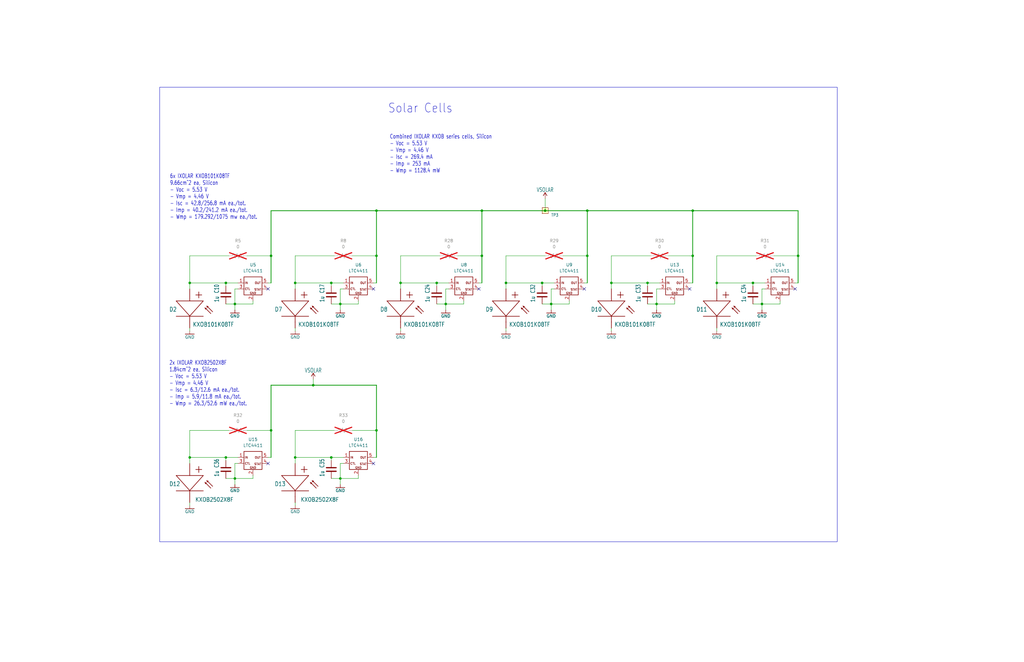
<source format=kicad_sch>
(kicad_sch
	(version 20231120)
	(generator "eeschema")
	(generator_version "8.0")
	(uuid "f9e0ef83-9a90-4f91-960a-81a03afe74bc")
	(paper "User" 431.8 279.4)
	(title_block
		(title "OreSat Silicon Solar Module (for Frame 2.0)")
		(date "2024-08-18")
		(rev "1.0")
	)
	(lib_symbols
		(symbol "Device:C"
			(pin_numbers hide)
			(pin_names
				(offset 0.254)
			)
			(exclude_from_sim no)
			(in_bom yes)
			(on_board yes)
			(property "Reference" "C"
				(at 0.635 2.54 0)
				(effects
					(font
						(size 1.27 1.27)
					)
					(justify left)
				)
			)
			(property "Value" "C"
				(at 0.635 -2.54 0)
				(effects
					(font
						(size 1.27 1.27)
					)
					(justify left)
				)
			)
			(property "Footprint" ""
				(at 0.9652 -3.81 0)
				(effects
					(font
						(size 1.27 1.27)
					)
					(hide yes)
				)
			)
			(property "Datasheet" "~"
				(at 0 0 0)
				(effects
					(font
						(size 1.27 1.27)
					)
					(hide yes)
				)
			)
			(property "Description" "Unpolarized capacitor"
				(at 0 0 0)
				(effects
					(font
						(size 1.27 1.27)
					)
					(hide yes)
				)
			)
			(property "ki_keywords" "cap capacitor"
				(at 0 0 0)
				(effects
					(font
						(size 1.27 1.27)
					)
					(hide yes)
				)
			)
			(property "ki_fp_filters" "C_*"
				(at 0 0 0)
				(effects
					(font
						(size 1.27 1.27)
					)
					(hide yes)
				)
			)
			(symbol "C_0_1"
				(polyline
					(pts
						(xy -2.032 -0.762) (xy 2.032 -0.762)
					)
					(stroke
						(width 0.508)
						(type default)
					)
					(fill
						(type none)
					)
				)
				(polyline
					(pts
						(xy -2.032 0.762) (xy 2.032 0.762)
					)
					(stroke
						(width 0.508)
						(type default)
					)
					(fill
						(type none)
					)
				)
			)
			(symbol "C_1_1"
				(pin passive line
					(at 0 3.81 270)
					(length 2.794)
					(name "~"
						(effects
							(font
								(size 1.27 1.27)
							)
						)
					)
					(number "1"
						(effects
							(font
								(size 1.27 1.27)
							)
						)
					)
				)
				(pin passive line
					(at 0 -3.81 90)
					(length 2.794)
					(name "~"
						(effects
							(font
								(size 1.27 1.27)
							)
						)
					)
					(number "2"
						(effects
							(font
								(size 1.27 1.27)
							)
						)
					)
				)
			)
		)
		(symbol "Device:R_US"
			(pin_numbers hide)
			(pin_names
				(offset 0)
			)
			(exclude_from_sim no)
			(in_bom yes)
			(on_board yes)
			(property "Reference" "R"
				(at 2.54 0 90)
				(effects
					(font
						(size 1.27 1.27)
					)
				)
			)
			(property "Value" "R_US"
				(at -2.54 0 90)
				(effects
					(font
						(size 1.27 1.27)
					)
				)
			)
			(property "Footprint" ""
				(at 1.016 -0.254 90)
				(effects
					(font
						(size 1.27 1.27)
					)
					(hide yes)
				)
			)
			(property "Datasheet" "~"
				(at 0 0 0)
				(effects
					(font
						(size 1.27 1.27)
					)
					(hide yes)
				)
			)
			(property "Description" "Resistor, US symbol"
				(at 0 0 0)
				(effects
					(font
						(size 1.27 1.27)
					)
					(hide yes)
				)
			)
			(property "ki_keywords" "R res resistor"
				(at 0 0 0)
				(effects
					(font
						(size 1.27 1.27)
					)
					(hide yes)
				)
			)
			(property "ki_fp_filters" "R_*"
				(at 0 0 0)
				(effects
					(font
						(size 1.27 1.27)
					)
					(hide yes)
				)
			)
			(symbol "R_US_0_1"
				(polyline
					(pts
						(xy 0 -2.286) (xy 0 -2.54)
					)
					(stroke
						(width 0)
						(type default)
					)
					(fill
						(type none)
					)
				)
				(polyline
					(pts
						(xy 0 2.286) (xy 0 2.54)
					)
					(stroke
						(width 0)
						(type default)
					)
					(fill
						(type none)
					)
				)
				(polyline
					(pts
						(xy 0 -0.762) (xy 1.016 -1.143) (xy 0 -1.524) (xy -1.016 -1.905) (xy 0 -2.286)
					)
					(stroke
						(width 0)
						(type default)
					)
					(fill
						(type none)
					)
				)
				(polyline
					(pts
						(xy 0 0.762) (xy 1.016 0.381) (xy 0 0) (xy -1.016 -0.381) (xy 0 -0.762)
					)
					(stroke
						(width 0)
						(type default)
					)
					(fill
						(type none)
					)
				)
				(polyline
					(pts
						(xy 0 2.286) (xy 1.016 1.905) (xy 0 1.524) (xy -1.016 1.143) (xy 0 0.762)
					)
					(stroke
						(width 0)
						(type default)
					)
					(fill
						(type none)
					)
				)
			)
			(symbol "R_US_1_1"
				(pin passive line
					(at 0 3.81 270)
					(length 1.27)
					(name "~"
						(effects
							(font
								(size 1.27 1.27)
							)
						)
					)
					(number "1"
						(effects
							(font
								(size 1.27 1.27)
							)
						)
					)
				)
				(pin passive line
					(at 0 -3.81 90)
					(length 1.27)
					(name "~"
						(effects
							(font
								(size 1.27 1.27)
							)
						)
					)
					(number "2"
						(effects
							(font
								(size 1.27 1.27)
							)
						)
					)
				)
			)
		)
		(symbol "oresat-diodes:LTC4411"
			(exclude_from_sim no)
			(in_bom yes)
			(on_board yes)
			(property "Reference" "U6"
				(at 0 8.89 0)
				(effects
					(font
						(size 1.27 1.27)
					)
				)
			)
			(property "Value" "LTC4411"
				(at 0 6.35 0)
				(effects
					(font
						(size 1.27 1.27)
					)
				)
			)
			(property "Footprint" "Package_TO_SOT_SMD:TSOT-23-5"
				(at -1.27 1.27 0)
				(effects
					(font
						(size 1.27 1.27)
					)
					(hide yes)
				)
			)
			(property "Datasheet" "https://www.analog.com/media/en/technical-documentation/data-sheets/4411fa.pdf"
				(at -2.54 1.27 0)
				(effects
					(font
						(size 1.27 1.27)
					)
					(hide yes)
				)
			)
			(property "Description" "2.6A Ideal Diode, SOT23-5"
				(at -2.54 1.27 0)
				(effects
					(font
						(size 1.27 1.27)
					)
					(hide yes)
				)
			)
			(symbol "LTC4411_1_1"
				(rectangle
					(start -3.81 3.81)
					(end 3.81 -3.81)
					(stroke
						(width 0.25)
						(type default)
					)
					(fill
						(type none)
					)
				)
				(text "CTL"
					(at -2.286 -1.27 0)
					(effects
						(font
							(size 0.8636 0.8636)
						)
					)
				)
				(text "GND"
					(at 0 -3.048 0)
					(effects
						(font
							(size 0.8636 0.8636)
						)
					)
				)
				(text "IN"
					(at -2.794 1.27 0)
					(effects
						(font
							(size 0.8636 0.8636)
						)
					)
				)
				(text "OUT"
					(at 2.032 1.27 0)
					(effects
						(font
							(size 0.8636 0.8636)
						)
					)
				)
				(text "STAT\n"
					(at 2.032 -1.524 0)
					(effects
						(font
							(size 0.8636 0.8636)
						)
					)
				)
				(pin power_in line
					(at -6.35 1.27 0)
					(length 2.54)
					(name ""
						(effects
							(font
								(size 1.27 1.27)
							)
						)
					)
					(number "1"
						(effects
							(font
								(size 1.27 1.27)
							)
						)
					)
				)
				(pin input line
					(at 0 -6.35 90)
					(length 2.54)
					(name ""
						(effects
							(font
								(size 1.27 1.27)
							)
						)
					)
					(number "2"
						(effects
							(font
								(size 1.27 1.27)
							)
						)
					)
				)
				(pin input line
					(at -6.35 -1.27 0)
					(length 2.54)
					(name ""
						(effects
							(font
								(size 1.27 1.27)
							)
						)
					)
					(number "3"
						(effects
							(font
								(size 1.27 1.27)
							)
						)
					)
				)
				(pin output line
					(at 6.35 -1.27 180)
					(length 2.54)
					(name ""
						(effects
							(font
								(size 1.27 1.27)
							)
						)
					)
					(number "4"
						(effects
							(font
								(size 1.27 1.27)
							)
						)
					)
				)
				(pin power_out line
					(at 6.35 1.27 180)
					(length 2.54)
					(name ""
						(effects
							(font
								(size 1.27 1.27)
							)
						)
					)
					(number "5"
						(effects
							(font
								(size 1.27 1.27)
							)
						)
					)
				)
			)
		)
		(symbol "oresat-misc:IXOLAR-KXOB101K08TF"
			(exclude_from_sim no)
			(in_bom yes)
			(on_board yes)
			(property "Reference" "D2"
				(at -8.636 -1.016 0)
				(effects
					(font
						(size 1.778 1.5113)
					)
					(justify left)
				)
			)
			(property "Value" "KXOB101K08TF"
				(at 1.27 -7.366 0)
				(effects
					(font
						(size 1.778 1.5113)
					)
					(justify left)
				)
			)
			(property "Footprint" "oresat-misc:KXOB101K08TF"
				(at 0 0 0)
				(effects
					(font
						(size 1.27 1.27)
					)
					(hide yes)
				)
			)
			(property "Datasheet" "https://waf-e.dubudisk.com/anysolar.dubuplus.com/techsupport@anysolar.biz/O18Azed/DubuDisk/www/Gen3/KXOB101K08TF%20DATA%20SHEET%2020210127.pdf"
				(at 0 0 0)
				(effects
					(font
						(size 1.27 1.27)
					)
					(hide yes)
				)
			)
			(property "Description" ""
				(at 0 0 0)
				(effects
					(font
						(size 1.27 1.27)
					)
					(hide yes)
				)
			)
			(symbol "IXOLAR-KXOB101K08TF_1_0"
				(polyline
					(pts
						(xy -5.715 2.54) (xy 0 -3.81)
					)
					(stroke
						(width 0.254)
						(type solid)
					)
					(fill
						(type none)
					)
				)
				(polyline
					(pts
						(xy 0 -8.89) (xy 0 -6.35)
					)
					(stroke
						(width 0.254)
						(type solid)
					)
					(fill
						(type none)
					)
				)
				(polyline
					(pts
						(xy 0 -6.35) (xy 0 -3.81)
					)
					(stroke
						(width 0.254)
						(type solid)
					)
					(fill
						(type none)
					)
				)
				(polyline
					(pts
						(xy 0 -3.81) (xy 5.715 2.54)
					)
					(stroke
						(width 0.254)
						(type solid)
					)
					(fill
						(type none)
					)
				)
				(polyline
					(pts
						(xy 0 2.54) (xy -5.715 2.54)
					)
					(stroke
						(width 0.254)
						(type solid)
					)
					(fill
						(type none)
					)
				)
				(polyline
					(pts
						(xy 0 2.54) (xy 0 7.62)
					)
					(stroke
						(width 0.254)
						(type solid)
					)
					(fill
						(type none)
					)
				)
				(polyline
					(pts
						(xy 2.54 5.08) (xy 3.81 5.08)
					)
					(stroke
						(width 0.254)
						(type solid)
					)
					(fill
						(type none)
					)
				)
				(polyline
					(pts
						(xy 3.81 5.08) (xy 3.81 3.81)
					)
					(stroke
						(width 0.254)
						(type solid)
					)
					(fill
						(type none)
					)
				)
				(polyline
					(pts
						(xy 3.81 5.08) (xy 3.81 6.35)
					)
					(stroke
						(width 0.254)
						(type solid)
					)
					(fill
						(type none)
					)
				)
				(polyline
					(pts
						(xy 5.08 5.08) (xy 3.81 5.08)
					)
					(stroke
						(width 0.254)
						(type solid)
					)
					(fill
						(type none)
					)
				)
				(polyline
					(pts
						(xy 5.715 -3.937) (xy -5.715 -3.937)
					)
					(stroke
						(width 0.254)
						(type solid)
					)
					(fill
						(type none)
					)
				)
				(polyline
					(pts
						(xy 5.715 2.54) (xy 0 2.54)
					)
					(stroke
						(width 0.254)
						(type solid)
					)
					(fill
						(type none)
					)
				)
				(polyline
					(pts
						(xy 6.604 -0.508) (xy 8.89 -2.794)
					)
					(stroke
						(width 0.254)
						(type solid)
					)
					(fill
						(type none)
					)
				)
				(polyline
					(pts
						(xy 7.366 0.254) (xy 9.652 -2.032)
					)
					(stroke
						(width 0.254)
						(type solid)
					)
					(fill
						(type none)
					)
				)
				(polyline
					(pts
						(xy 7.112 -0.508) (xy 6.604 -1.016) (xy 6.35 -0.254)
					)
					(stroke
						(width 0.1524)
						(type solid)
					)
					(fill
						(type outline)
					)
				)
				(polyline
					(pts
						(xy 7.874 0.254) (xy 7.366 -0.254) (xy 7.112 0.508)
					)
					(stroke
						(width 0.1524)
						(type solid)
					)
					(fill
						(type outline)
					)
				)
				(pin power_out line
					(at 0 -8.89 90)
					(length 0)
					(name "C2"
						(effects
							(font
								(size 0 0)
							)
						)
					)
					(number "NEG2"
						(effects
							(font
								(size 0 0)
							)
						)
					)
				)
				(pin power_out line
					(at 0 7.62 270)
					(length 0)
					(name "A1"
						(effects
							(font
								(size 0 0)
							)
						)
					)
					(number "POS1"
						(effects
							(font
								(size 0 0)
							)
						)
					)
				)
			)
		)
		(symbol "oresat-misc:IXOLAR-KXOB2502X8F"
			(exclude_from_sim no)
			(in_bom yes)
			(on_board yes)
			(property "Reference" "D12"
				(at -8.636 -1.016 0)
				(effects
					(font
						(size 1.778 1.5113)
					)
					(justify left)
				)
			)
			(property "Value" "KXOB2502X8F"
				(at 2.286 -7.62 0)
				(effects
					(font
						(size 1.778 1.5113)
					)
					(justify left)
				)
			)
			(property "Footprint" "oresat-misc:KXOB2502X8F"
				(at 0 0 0)
				(effects
					(font
						(size 1.27 1.27)
					)
					(hide yes)
				)
			)
			(property "Datasheet" "https://waf-e.dubudisk.com/anysolar.dubuplus.com/techsupport@anysolar.biz/O18Ae06/DubuDisk/www/Gen3/KXOB25-02X8F%20DATA%20SHEET%20202007.pdf"
				(at 0 0 0)
				(effects
					(font
						(size 1.27 1.27)
					)
					(hide yes)
				)
			)
			(property "Description" ""
				(at 0 0 0)
				(effects
					(font
						(size 1.27 1.27)
					)
					(hide yes)
				)
			)
			(symbol "IXOLAR-KXOB2502X8F_1_0"
				(polyline
					(pts
						(xy -5.715 2.54) (xy 0 -3.81)
					)
					(stroke
						(width 0.254)
						(type solid)
					)
					(fill
						(type none)
					)
				)
				(polyline
					(pts
						(xy 0 -8.89) (xy 0 -6.35)
					)
					(stroke
						(width 0.254)
						(type solid)
					)
					(fill
						(type none)
					)
				)
				(polyline
					(pts
						(xy 0 -6.35) (xy 0 -3.81)
					)
					(stroke
						(width 0.254)
						(type solid)
					)
					(fill
						(type none)
					)
				)
				(polyline
					(pts
						(xy 0 -3.81) (xy 5.715 2.54)
					)
					(stroke
						(width 0.254)
						(type solid)
					)
					(fill
						(type none)
					)
				)
				(polyline
					(pts
						(xy 0 2.54) (xy -5.715 2.54)
					)
					(stroke
						(width 0.254)
						(type solid)
					)
					(fill
						(type none)
					)
				)
				(polyline
					(pts
						(xy 0 2.54) (xy 0 7.62)
					)
					(stroke
						(width 0.254)
						(type solid)
					)
					(fill
						(type none)
					)
				)
				(polyline
					(pts
						(xy 2.54 5.08) (xy 3.81 5.08)
					)
					(stroke
						(width 0.254)
						(type solid)
					)
					(fill
						(type none)
					)
				)
				(polyline
					(pts
						(xy 3.81 5.08) (xy 3.81 3.81)
					)
					(stroke
						(width 0.254)
						(type solid)
					)
					(fill
						(type none)
					)
				)
				(polyline
					(pts
						(xy 3.81 5.08) (xy 3.81 6.35)
					)
					(stroke
						(width 0.254)
						(type solid)
					)
					(fill
						(type none)
					)
				)
				(polyline
					(pts
						(xy 5.08 5.08) (xy 3.81 5.08)
					)
					(stroke
						(width 0.254)
						(type solid)
					)
					(fill
						(type none)
					)
				)
				(polyline
					(pts
						(xy 5.715 -3.937) (xy -5.715 -3.937)
					)
					(stroke
						(width 0.254)
						(type solid)
					)
					(fill
						(type none)
					)
				)
				(polyline
					(pts
						(xy 5.715 2.54) (xy 0 2.54)
					)
					(stroke
						(width 0.254)
						(type solid)
					)
					(fill
						(type none)
					)
				)
				(polyline
					(pts
						(xy 6.604 -0.508) (xy 8.89 -2.794)
					)
					(stroke
						(width 0.254)
						(type solid)
					)
					(fill
						(type none)
					)
				)
				(polyline
					(pts
						(xy 7.366 0.254) (xy 9.652 -2.032)
					)
					(stroke
						(width 0.254)
						(type solid)
					)
					(fill
						(type none)
					)
				)
				(polyline
					(pts
						(xy 7.112 -0.508) (xy 6.604 -1.016) (xy 6.35 -0.254)
					)
					(stroke
						(width 0.1524)
						(type solid)
					)
					(fill
						(type outline)
					)
				)
				(polyline
					(pts
						(xy 7.874 0.254) (xy 7.366 -0.254) (xy 7.112 0.508)
					)
					(stroke
						(width 0.1524)
						(type solid)
					)
					(fill
						(type outline)
					)
				)
				(pin power_out line
					(at 0 -8.89 90)
					(length 0)
					(name "C2"
						(effects
							(font
								(size 0 0)
							)
						)
					)
					(number "NEG2"
						(effects
							(font
								(size 0 0)
							)
						)
					)
				)
				(pin power_out line
					(at 0 7.62 270)
					(length 0)
					(name "A1"
						(effects
							(font
								(size 0 0)
							)
						)
					)
					(number "POS1"
						(effects
							(font
								(size 0 0)
							)
						)
					)
				)
			)
		)
		(symbol "oresat-misc:Test-Point-0.75mm-th"
			(exclude_from_sim yes)
			(in_bom no)
			(on_board yes)
			(property "Reference" "TP"
				(at 0 2.54 0)
				(effects
					(font
						(size 1.27 1.0795)
					)
				)
			)
			(property "Value" "Test-Point"
				(at 0 7.62 0)
				(effects
					(font
						(size 1.27 1.27)
					)
					(hide yes)
				)
			)
			(property "Footprint" "oresat-misc:TestPoint-0.75mm-th"
				(at 0 10.16 0)
				(effects
					(font
						(size 1.27 1.27)
					)
					(hide yes)
				)
			)
			(property "Datasheet" ""
				(at 0 0 0)
				(effects
					(font
						(size 1.27 1.27)
					)
					(hide yes)
				)
			)
			(property "Description" "0.75 mm TH test point; good for scope probes and jumpers"
				(at 0 0 0)
				(effects
					(font
						(size 1.27 1.27)
					)
					(hide yes)
				)
			)
			(symbol "Test-Point-0.75mm-th_1_0"
				(pin passive line
					(at 0 0 0)
					(length 0)
					(name "1"
						(effects
							(font
								(size 0 0)
							)
						)
					)
					(number "1"
						(effects
							(font
								(size 0 0)
							)
						)
					)
				)
			)
			(symbol "Test-Point-0.75mm-th_1_1"
				(rectangle
					(start -1.27 1.27)
					(end 1.27 -1.27)
					(stroke
						(width 0)
						(type default)
					)
					(fill
						(type background)
					)
				)
			)
		)
		(symbol "oresat-power:GND"
			(power)
			(pin_numbers hide)
			(pin_names
				(offset 0) hide)
			(exclude_from_sim no)
			(in_bom yes)
			(on_board yes)
			(property "Reference" "#PWR"
				(at 0 -5.08 0)
				(effects
					(font
						(size 1.27 1.27)
					)
					(hide yes)
				)
			)
			(property "Value" "GND"
				(at 0 -2.54 0)
				(do_not_autoplace)
				(effects
					(font
						(size 1.27 1.27)
					)
				)
			)
			(property "Footprint" ""
				(at 0 -1.27 0)
				(effects
					(font
						(size 1.27 1.27)
					)
					(hide yes)
				)
			)
			(property "Datasheet" ""
				(at 0 -1.27 0)
				(effects
					(font
						(size 1.27 1.27)
					)
					(hide yes)
				)
			)
			(property "Description" "Power symbol creates a global label with name \"GND\" , ground"
				(at 0 0 0)
				(effects
					(font
						(size 1.27 1.27)
					)
					(hide yes)
				)
			)
			(property "ki_keywords" "power-flag"
				(at 0 0 0)
				(effects
					(font
						(size 1.27 1.27)
					)
					(hide yes)
				)
			)
			(symbol "GND_1_1"
				(polyline
					(pts
						(xy 0 -1.27) (xy -1.905 -1.27)
					)
					(stroke
						(width 0.254)
						(type default)
					)
					(fill
						(type none)
					)
				)
				(polyline
					(pts
						(xy 0 -1.27) (xy 1.905 -1.27)
					)
					(stroke
						(width 0.254)
						(type default)
					)
					(fill
						(type none)
					)
				)
				(pin power_in line
					(at 0 0 270)
					(length 1.27)
					(name "GND"
						(effects
							(font
								(size 1.27 1.27)
							)
						)
					)
					(number "1"
						(effects
							(font
								(size 1.27 1.27)
							)
						)
					)
				)
			)
		)
		(symbol "oresat-power:VSOLAR"
			(power)
			(exclude_from_sim no)
			(in_bom yes)
			(on_board yes)
			(property "Reference" "#VSOLAR04"
				(at 0 0 0)
				(effects
					(font
						(size 1.27 1.27)
					)
					(hide yes)
				)
			)
			(property "Value" "VSOLAR"
				(at 0 2.794 0)
				(effects
					(font
						(size 1.778 1.27)
					)
					(justify bottom)
				)
			)
			(property "Footprint" ""
				(at 0 0 0)
				(effects
					(font
						(size 1.27 1.27)
					)
					(hide yes)
				)
			)
			(property "Datasheet" ""
				(at 0 0 0)
				(effects
					(font
						(size 1.27 1.27)
					)
					(hide yes)
				)
			)
			(property "Description" ""
				(at 0 0 0)
				(effects
					(font
						(size 1.27 1.27)
					)
					(hide yes)
				)
			)
			(property "ki_locked" ""
				(at 0 0 0)
				(effects
					(font
						(size 1.27 1.27)
					)
				)
			)
			(symbol "VSOLAR_1_0"
				(polyline
					(pts
						(xy 0 2.54) (xy -0.762 1.27)
					)
					(stroke
						(width 0.254)
						(type solid)
					)
					(fill
						(type none)
					)
				)
				(polyline
					(pts
						(xy 0.762 1.27) (xy 0 2.54)
					)
					(stroke
						(width 0.254)
						(type solid)
					)
					(fill
						(type none)
					)
				)
				(pin power_in line
					(at 0 0 90)
					(length 2.54)
					(name "VSOLAR"
						(effects
							(font
								(size 0 0)
							)
						)
					)
					(number "1"
						(effects
							(font
								(size 0 0)
							)
						)
					)
				)
			)
		)
	)
	(junction
		(at 95.25 119.38)
		(diameter 0)
		(color 0 0 0 0)
		(uuid "1aa25ec7-b2a5-49f4-a631-b554f66f0218")
	)
	(junction
		(at 247.65 107.95)
		(diameter 0)
		(color 0 0 0 0)
		(uuid "2550c804-2d7d-4b37-9f21-ada7558aa400")
	)
	(junction
		(at 80.01 119.38)
		(diameter 0)
		(color 0 0 0 0)
		(uuid "2629f108-fd24-4fe8-b5a3-548956646382")
	)
	(junction
		(at 124.46 193.04)
		(diameter 0)
		(color 0 0 0 0)
		(uuid "2ca30a44-4c44-4c19-9dff-d07dc61c2fb1")
	)
	(junction
		(at 158.75 107.95)
		(diameter 0)
		(color 0 0 0 0)
		(uuid "2dd1f63a-7ae9-46c1-a09a-e8fa353471bf")
	)
	(junction
		(at 317.5 119.38)
		(diameter 0)
		(color 0 0 0 0)
		(uuid "2f83ba2a-ebc1-4ec8-b2db-2f364989b62d")
	)
	(junction
		(at 292.1 107.95)
		(diameter 0)
		(color 0 0 0 0)
		(uuid "30b36452-8823-4818-beb8-51ce41871f89")
	)
	(junction
		(at 247.65 88.9)
		(diameter 0)
		(color 0 0 0 0)
		(uuid "311bae70-535c-4f4c-b249-89e0fb9b4b3f")
	)
	(junction
		(at 336.55 107.95)
		(diameter 0)
		(color 0 0 0 0)
		(uuid "370b1c78-e6e4-4b92-8abb-fa69481fa27b")
	)
	(junction
		(at 228.6 119.38)
		(diameter 0)
		(color 0 0 0 0)
		(uuid "3a1db0bc-202d-47c9-aa9c-803b280e5e58")
	)
	(junction
		(at 124.46 119.38)
		(diameter 0)
		(color 0 0 0 0)
		(uuid "3edbe529-425c-4677-a280-f0966f4c123b")
	)
	(junction
		(at 203.2 107.95)
		(diameter 0)
		(color 0 0 0 0)
		(uuid "3feb6e73-a9d0-421a-a593-0847a2b3dc7c")
	)
	(junction
		(at 132.08 162.56)
		(diameter 0)
		(color 0 0 0 0)
		(uuid "4391ed01-59a4-4df3-a0d5-5460fb9ee10c")
	)
	(junction
		(at 184.15 119.38)
		(diameter 0)
		(color 0 0 0 0)
		(uuid "48ea71b6-d9f9-459b-a143-9465a35a903c")
	)
	(junction
		(at 95.25 193.04)
		(diameter 0)
		(color 0 0 0 0)
		(uuid "59598b4a-4ca2-47dc-a7b1-fa778fc3dfd3")
	)
	(junction
		(at 302.26 119.38)
		(diameter 0)
		(color 0 0 0 0)
		(uuid "59d43e6b-9022-4953-acfa-157e9999aa36")
	)
	(junction
		(at 257.81 119.38)
		(diameter 0)
		(color 0 0 0 0)
		(uuid "5a1a3565-7aa8-48f7-8a4e-a445c7ba018e")
	)
	(junction
		(at 273.05 119.38)
		(diameter 0)
		(color 0 0 0 0)
		(uuid "5ccd1070-e083-4bbe-8f21-808899b3d621")
	)
	(junction
		(at 114.3 107.95)
		(diameter 0)
		(color 0 0 0 0)
		(uuid "60448efc-7d32-488a-bdb6-606becff5081")
	)
	(junction
		(at 158.75 181.61)
		(diameter 0)
		(color 0 0 0 0)
		(uuid "71aed0d0-7173-463e-a1e6-f674b68a1b4d")
	)
	(junction
		(at 213.36 119.38)
		(diameter 0)
		(color 0 0 0 0)
		(uuid "76a26bd9-f7cb-4f56-b21d-837c1365a0ea")
	)
	(junction
		(at 114.3 181.61)
		(diameter 0)
		(color 0 0 0 0)
		(uuid "7c9c6ab1-78ff-462a-b6a3-e850da4d4b69")
	)
	(junction
		(at 232.41 128.27)
		(diameter 0)
		(color 0 0 0 0)
		(uuid "7ca7cacb-22e6-4fcf-8b6c-a6e6dc898f9f")
	)
	(junction
		(at 187.96 128.27)
		(diameter 0)
		(color 0 0 0 0)
		(uuid "a1bb0d59-a44e-4742-aa3f-c7a4a75a0d90")
	)
	(junction
		(at 292.1 88.9)
		(diameter 0)
		(color 0 0 0 0)
		(uuid "a67d2b36-22d9-4670-a728-41698f1eb560")
	)
	(junction
		(at 168.91 119.38)
		(diameter 0)
		(color 0 0 0 0)
		(uuid "a99b2224-15a6-4ba1-873b-4a87db7d9560")
	)
	(junction
		(at 143.51 128.27)
		(diameter 0)
		(color 0 0 0 0)
		(uuid "b2ce0bc7-48cf-404e-9989-d90ae9145a38")
	)
	(junction
		(at 99.06 201.93)
		(diameter 0)
		(color 0 0 0 0)
		(uuid "b7e8a9fc-4983-4f68-97e1-5f4b51fa9ea0")
	)
	(junction
		(at 276.86 128.27)
		(diameter 0)
		(color 0 0 0 0)
		(uuid "bb0cca0b-cd83-4698-9dbb-08c38c42e77d")
	)
	(junction
		(at 143.51 201.93)
		(diameter 0)
		(color 0 0 0 0)
		(uuid "bcd466f6-6ab3-46ae-89ca-1f7bfedf3645")
	)
	(junction
		(at 139.7 119.38)
		(diameter 0)
		(color 0 0 0 0)
		(uuid "c53a67d6-59dd-4396-9ce8-18cf06e9ff40")
	)
	(junction
		(at 321.31 128.27)
		(diameter 0)
		(color 0 0 0 0)
		(uuid "de1613d5-efbd-4d82-b2db-9aab660afde4")
	)
	(junction
		(at 229.87 88.9)
		(diameter 0)
		(color 0 0 0 0)
		(uuid "e441ead3-dbba-4e67-8baf-081b092aa8b9")
	)
	(junction
		(at 80.01 193.04)
		(diameter 0)
		(color 0 0 0 0)
		(uuid "e6d788df-06d0-45e4-82fb-e585f01e0166")
	)
	(junction
		(at 203.2 88.9)
		(diameter 0)
		(color 0 0 0 0)
		(uuid "ef95f0d7-01e5-4ef9-b60e-3d4553e3cdcd")
	)
	(junction
		(at 99.06 128.27)
		(diameter 0)
		(color 0 0 0 0)
		(uuid "f4efe77c-1813-4443-b7f3-8a9ebea81b54")
	)
	(junction
		(at 158.75 88.9)
		(diameter 0)
		(color 0 0 0 0)
		(uuid "f5ad7945-9344-4e91-b8c4-2ddf8370a03a")
	)
	(junction
		(at 139.7 193.04)
		(diameter 0)
		(color 0 0 0 0)
		(uuid "f96e66fc-8317-4a34-8e7e-059a8b57fc6a")
	)
	(no_connect
		(at 290.83 121.92)
		(uuid "041717ac-d346-4ee6-8997-26764f5c10b9")
	)
	(no_connect
		(at 113.03 121.92)
		(uuid "19df3d9a-99e5-4516-8574-c9b7d1bc7d25")
	)
	(no_connect
		(at 157.48 195.58)
		(uuid "6a7fb605-f7d3-4302-a055-566251dc971d")
	)
	(no_connect
		(at 157.48 121.92)
		(uuid "79d29840-2738-4e51-80c9-ad7dd88c6bc4")
	)
	(no_connect
		(at 335.28 121.92)
		(uuid "a91da147-5609-42e9-88b4-c194b687b17a")
	)
	(no_connect
		(at 246.38 121.92)
		(uuid "c344bf2e-6710-401d-93fe-d4bbf0d02aa7")
	)
	(no_connect
		(at 113.03 195.58)
		(uuid "ce8b6bdf-8ddd-420b-922d-2c2e479e5337")
	)
	(no_connect
		(at 201.93 121.92)
		(uuid "d418ccc0-2246-45d0-a2d2-5432f30b8536")
	)
	(wire
		(pts
			(xy 276.86 121.92) (xy 276.86 128.27)
		)
		(stroke
			(width 0)
			(type default)
		)
		(uuid "002593a8-a125-49a7-b07c-3c4baaeb3574")
	)
	(wire
		(pts
			(xy 96.52 107.95) (xy 80.01 107.95)
		)
		(stroke
			(width 0)
			(type default)
		)
		(uuid "01e6dfe4-ebc4-44b5-b851-c8f1fb2bc035")
	)
	(wire
		(pts
			(xy 281.94 107.95) (xy 292.1 107.95)
		)
		(stroke
			(width 0)
			(type default)
		)
		(uuid "0295c235-334a-481b-8a95-5c08d56dc534")
	)
	(wire
		(pts
			(xy 193.04 107.95) (xy 203.2 107.95)
		)
		(stroke
			(width 0)
			(type default)
		)
		(uuid "09e03125-0633-449c-a63c-dddeac97283b")
	)
	(wire
		(pts
			(xy 139.7 201.93) (xy 143.51 201.93)
		)
		(stroke
			(width 0)
			(type default)
		)
		(uuid "0a6927af-010a-4b96-94fc-13941bc3f255")
	)
	(wire
		(pts
			(xy 273.05 119.38) (xy 278.13 119.38)
		)
		(stroke
			(width 0)
			(type default)
		)
		(uuid "0ce38b10-2e88-4587-bb3c-f4416b242038")
	)
	(wire
		(pts
			(xy 326.39 107.95) (xy 336.55 107.95)
		)
		(stroke
			(width 0)
			(type default)
		)
		(uuid "0ceb2466-26d4-4fa4-bb94-4ec2b04da94e")
	)
	(wire
		(pts
			(xy 124.46 212.09) (xy 124.46 213.36)
		)
		(stroke
			(width 0)
			(type default)
		)
		(uuid "0f74f8c2-d464-4666-ba51-96d5449ed484")
	)
	(wire
		(pts
			(xy 213.36 121.92) (xy 213.36 119.38)
		)
		(stroke
			(width 0)
			(type default)
		)
		(uuid "11b5de06-7202-4c96-b699-24593a411401")
	)
	(wire
		(pts
			(xy 143.51 201.93) (xy 143.51 204.47)
		)
		(stroke
			(width 0)
			(type default)
		)
		(uuid "12713e81-8f9f-4535-b5a8-7896363b8e6c")
	)
	(wire
		(pts
			(xy 151.13 128.27) (xy 151.13 127)
		)
		(stroke
			(width 0)
			(type default)
		)
		(uuid "12eb1b12-22b5-4998-a322-075538589a21")
	)
	(wire
		(pts
			(xy 124.46 107.95) (xy 124.46 119.38)
		)
		(stroke
			(width 0)
			(type default)
		)
		(uuid "18e2af3c-62bd-4fc2-85b6-b407bff8b448")
	)
	(wire
		(pts
			(xy 184.15 128.27) (xy 187.96 128.27)
		)
		(stroke
			(width 0)
			(type default)
		)
		(uuid "1adbec87-7fa5-4b29-895c-cac8787fbe7c")
	)
	(wire
		(pts
			(xy 321.31 121.92) (xy 321.31 128.27)
		)
		(stroke
			(width 0)
			(type default)
		)
		(uuid "1d66d492-5ecf-4834-be31-e8afbb08ef75")
	)
	(wire
		(pts
			(xy 318.77 107.95) (xy 302.26 107.95)
		)
		(stroke
			(width 0)
			(type default)
		)
		(uuid "1da8c0bd-f96a-430b-8a84-78ec2984ec1d")
	)
	(wire
		(pts
			(xy 302.26 119.38) (xy 317.5 119.38)
		)
		(stroke
			(width 0)
			(type default)
		)
		(uuid "21add1d7-9237-4d39-8911-2e0cad889dba")
	)
	(wire
		(pts
			(xy 114.3 88.9) (xy 158.75 88.9)
		)
		(stroke
			(width 0.3048)
			(type solid)
		)
		(uuid "24720264-c20d-4749-8f9e-15259370e1a5")
	)
	(wire
		(pts
			(xy 80.01 138.43) (xy 80.01 139.7)
		)
		(stroke
			(width 0)
			(type default)
		)
		(uuid "24c19c14-f8bc-4533-a182-40b3e2557425")
	)
	(wire
		(pts
			(xy 80.01 193.04) (xy 95.25 193.04)
		)
		(stroke
			(width 0)
			(type default)
		)
		(uuid "2783b00d-d4c8-450f-9ab6-65ec4c30a181")
	)
	(wire
		(pts
			(xy 80.01 107.95) (xy 80.01 119.38)
		)
		(stroke
			(width 0)
			(type default)
		)
		(uuid "27faa5ff-8497-41ad-8e4a-d8dca5c41a23")
	)
	(wire
		(pts
			(xy 302.26 121.92) (xy 302.26 119.38)
		)
		(stroke
			(width 0)
			(type default)
		)
		(uuid "287d8517-30e1-4ded-a21f-f0be62df10a3")
	)
	(wire
		(pts
			(xy 114.3 162.56) (xy 132.08 162.56)
		)
		(stroke
			(width 0.3048)
			(type solid)
		)
		(uuid "2d3aaac7-25c8-4e15-a7b3-993b65056e5a")
	)
	(wire
		(pts
			(xy 104.14 107.95) (xy 114.3 107.95)
		)
		(stroke
			(width 0)
			(type default)
		)
		(uuid "2f126054-4cdf-40b1-aa5a-b8f669a03e8c")
	)
	(wire
		(pts
			(xy 144.78 195.58) (xy 143.51 195.58)
		)
		(stroke
			(width 0)
			(type default)
		)
		(uuid "2f4ad66a-ffc4-4218-ad59-fbb02bb55b5e")
	)
	(wire
		(pts
			(xy 114.3 119.38) (xy 114.3 107.95)
		)
		(stroke
			(width 0.3048)
			(type default)
		)
		(uuid "2fddb6c8-0e8e-4a55-9622-1e28d454f6c7")
	)
	(wire
		(pts
			(xy 232.41 121.92) (xy 232.41 128.27)
		)
		(stroke
			(width 0)
			(type default)
		)
		(uuid "306bce78-607f-44c9-af9f-24ae1c91b57e")
	)
	(wire
		(pts
			(xy 158.75 119.38) (xy 158.75 107.95)
		)
		(stroke
			(width 0.3048)
			(type default)
		)
		(uuid "32db1726-3aae-477a-9df4-b0ae7ab7333f")
	)
	(wire
		(pts
			(xy 95.25 119.38) (xy 95.25 120.65)
		)
		(stroke
			(width 0)
			(type default)
		)
		(uuid "36854665-381b-42f4-9b39-b0393ca24951")
	)
	(wire
		(pts
			(xy 203.2 107.95) (xy 203.2 88.9)
		)
		(stroke
			(width 0.3048)
			(type default)
		)
		(uuid "37082794-92b7-4bd0-b4e9-0cd2b622c728")
	)
	(wire
		(pts
			(xy 139.7 193.04) (xy 139.7 194.31)
		)
		(stroke
			(width 0)
			(type default)
		)
		(uuid "3806694a-41b8-4d44-b413-211c10d64b21")
	)
	(wire
		(pts
			(xy 232.41 128.27) (xy 232.41 130.81)
		)
		(stroke
			(width 0)
			(type default)
		)
		(uuid "381d94b6-95de-4828-bab7-aa9ddbf1bb10")
	)
	(wire
		(pts
			(xy 99.06 195.58) (xy 99.06 201.93)
		)
		(stroke
			(width 0)
			(type default)
		)
		(uuid "389fcaaf-bf1c-4ddf-a277-78a83125423b")
	)
	(wire
		(pts
			(xy 157.48 119.38) (xy 158.75 119.38)
		)
		(stroke
			(width 0)
			(type default)
		)
		(uuid "39533609-c785-45ff-b472-5f80baa06f2e")
	)
	(wire
		(pts
			(xy 229.87 107.95) (xy 213.36 107.95)
		)
		(stroke
			(width 0)
			(type default)
		)
		(uuid "3a5ddd02-8bc3-410b-9788-6d3a99940cfd")
	)
	(wire
		(pts
			(xy 322.58 121.92) (xy 321.31 121.92)
		)
		(stroke
			(width 0)
			(type default)
		)
		(uuid "3ba39e27-b385-4f14-ba1e-5606df0580e3")
	)
	(wire
		(pts
			(xy 187.96 128.27) (xy 195.58 128.27)
		)
		(stroke
			(width 0)
			(type default)
		)
		(uuid "3d17b944-db65-4f9a-a5ae-73f03f0db494")
	)
	(wire
		(pts
			(xy 184.15 119.38) (xy 184.15 120.65)
		)
		(stroke
			(width 0)
			(type default)
		)
		(uuid "43fb056c-dfc6-4570-82f7-e431d8475bfb")
	)
	(wire
		(pts
			(xy 201.93 119.38) (xy 203.2 119.38)
		)
		(stroke
			(width 0)
			(type default)
		)
		(uuid "44d44d3f-a5f8-45dc-9ae2-3c025f1d9217")
	)
	(wire
		(pts
			(xy 203.2 88.9) (xy 229.87 88.9)
		)
		(stroke
			(width 0.3048)
			(type solid)
		)
		(uuid "45aa660c-97c9-45f4-b079-f13e3f0b46cf")
	)
	(wire
		(pts
			(xy 95.25 193.04) (xy 95.25 194.31)
		)
		(stroke
			(width 0)
			(type default)
		)
		(uuid "46e854cb-9775-4150-a46c-0fa21d744065")
	)
	(wire
		(pts
			(xy 124.46 195.58) (xy 124.46 193.04)
		)
		(stroke
			(width 0)
			(type default)
		)
		(uuid "4778fca5-b87f-4b4b-bc16-540dfcad1c07")
	)
	(wire
		(pts
			(xy 232.41 128.27) (xy 240.03 128.27)
		)
		(stroke
			(width 0)
			(type default)
		)
		(uuid "4b5d0067-6f24-4237-897d-4eca343b2bd1")
	)
	(wire
		(pts
			(xy 335.28 119.38) (xy 336.55 119.38)
		)
		(stroke
			(width 0)
			(type default)
		)
		(uuid "4e8a4e3a-f6ea-419e-ba99-6545f2b6817b")
	)
	(wire
		(pts
			(xy 143.51 128.27) (xy 151.13 128.27)
		)
		(stroke
			(width 0)
			(type default)
		)
		(uuid "4f4384fd-bb9f-419a-b01c-b12dc4309fea")
	)
	(wire
		(pts
			(xy 273.05 128.27) (xy 276.86 128.27)
		)
		(stroke
			(width 0)
			(type default)
		)
		(uuid "5307b61b-77fd-4a96-85d8-9249e1984e73")
	)
	(wire
		(pts
			(xy 278.13 121.92) (xy 276.86 121.92)
		)
		(stroke
			(width 0)
			(type default)
		)
		(uuid "592f7daf-eb80-4efb-8801-5d0799f120c3")
	)
	(wire
		(pts
			(xy 99.06 128.27) (xy 99.06 130.81)
		)
		(stroke
			(width 0)
			(type default)
		)
		(uuid "5a268bc9-3e0a-4abf-800a-23dc39015356")
	)
	(wire
		(pts
			(xy 274.32 107.95) (xy 257.81 107.95)
		)
		(stroke
			(width 0)
			(type default)
		)
		(uuid "5ca9e48e-08a3-4838-885c-d29260c0d63d")
	)
	(wire
		(pts
			(xy 184.15 119.38) (xy 189.23 119.38)
		)
		(stroke
			(width 0)
			(type default)
		)
		(uuid "5dc79569-907f-4ee1-87a8-61ddfaecf4fa")
	)
	(wire
		(pts
			(xy 99.06 128.27) (xy 106.68 128.27)
		)
		(stroke
			(width 0)
			(type default)
		)
		(uuid "619250dc-9c55-475f-9371-3b5de76cee86")
	)
	(wire
		(pts
			(xy 157.48 193.04) (xy 158.75 193.04)
		)
		(stroke
			(width 0)
			(type default)
		)
		(uuid "61de8ff2-fa30-4b05-b338-39eab2041a8b")
	)
	(wire
		(pts
			(xy 168.91 119.38) (xy 184.15 119.38)
		)
		(stroke
			(width 0)
			(type default)
		)
		(uuid "64b559c5-180c-409e-b389-1660a6bccec1")
	)
	(wire
		(pts
			(xy 317.5 119.38) (xy 322.58 119.38)
		)
		(stroke
			(width 0)
			(type default)
		)
		(uuid "659aee1c-99eb-48f8-9845-e8c5c59fbd4e")
	)
	(wire
		(pts
			(xy 114.3 181.61) (xy 114.3 162.56)
		)
		(stroke
			(width 0.3048)
			(type default)
		)
		(uuid "6c3ad995-11f5-4059-ae02-9def7aaa58b7")
	)
	(wire
		(pts
			(xy 113.03 193.04) (xy 114.3 193.04)
		)
		(stroke
			(width 0)
			(type default)
		)
		(uuid "7024e32d-21bb-47cf-8581-860d9b353b53")
	)
	(wire
		(pts
			(xy 151.13 201.93) (xy 151.13 200.66)
		)
		(stroke
			(width 0)
			(type default)
		)
		(uuid "703ffcfd-256e-4a44-a551-7a347799a0fe")
	)
	(wire
		(pts
			(xy 213.36 107.95) (xy 213.36 119.38)
		)
		(stroke
			(width 0)
			(type default)
		)
		(uuid "7074b79f-25e3-40e3-88ad-660b3d1b7d99")
	)
	(wire
		(pts
			(xy 321.31 128.27) (xy 321.31 130.81)
		)
		(stroke
			(width 0)
			(type default)
		)
		(uuid "7129dcd8-e9b7-4fa0-ad11-5133146f0f5f")
	)
	(wire
		(pts
			(xy 95.25 128.27) (xy 99.06 128.27)
		)
		(stroke
			(width 0)
			(type default)
		)
		(uuid "7267be48-ea84-4659-9f32-1ffe00d48dff")
	)
	(wire
		(pts
			(xy 80.01 195.58) (xy 80.01 193.04)
		)
		(stroke
			(width 0)
			(type default)
		)
		(uuid "77b6bc8d-327e-4f06-8c8e-d29008baad31")
	)
	(wire
		(pts
			(xy 187.96 128.27) (xy 187.96 130.81)
		)
		(stroke
			(width 0)
			(type default)
		)
		(uuid "79842a1c-d665-4db2-9219-99b619e1a556")
	)
	(wire
		(pts
			(xy 213.36 119.38) (xy 228.6 119.38)
		)
		(stroke
			(width 0)
			(type default)
		)
		(uuid "7b08d9cb-b47b-4d50-b7b9-953f26b3ccc6")
	)
	(wire
		(pts
			(xy 292.1 107.95) (xy 292.1 88.9)
		)
		(stroke
			(width 0.3048)
			(type default)
		)
		(uuid "7c0d981b-da2b-473e-94c2-e4f69220c7b5")
	)
	(wire
		(pts
			(xy 240.03 128.27) (xy 240.03 127)
		)
		(stroke
			(width 0)
			(type default)
		)
		(uuid "7ca1fc6f-731b-45b8-a8b6-6aa283b46c4b")
	)
	(wire
		(pts
			(xy 229.87 88.9) (xy 229.87 83.82)
		)
		(stroke
			(width 0.1524)
			(type solid)
		)
		(uuid "7d3fc89d-3e24-4ea1-94bd-714d13440891")
	)
	(wire
		(pts
			(xy 124.46 121.92) (xy 124.46 119.38)
		)
		(stroke
			(width 0)
			(type default)
		)
		(uuid "7d6d98f6-2380-4220-8c83-410edb4bfb5d")
	)
	(wire
		(pts
			(xy 158.75 193.04) (xy 158.75 181.61)
		)
		(stroke
			(width 0.3048)
			(type default)
		)
		(uuid "7e54dd6d-2ca3-4e5f-bb6c-7de38ab94f9a")
	)
	(wire
		(pts
			(xy 114.3 107.95) (xy 114.3 88.9)
		)
		(stroke
			(width 0.3048)
			(type default)
		)
		(uuid "7e5d8eab-79bb-40a9-8921-15730d69392c")
	)
	(wire
		(pts
			(xy 158.75 107.95) (xy 158.75 88.9)
		)
		(stroke
			(width 0.3048)
			(type default)
		)
		(uuid "7eb1d53b-6602-45da-9eeb-e24f29ff1bbe")
	)
	(wire
		(pts
			(xy 143.51 121.92) (xy 143.51 128.27)
		)
		(stroke
			(width 0)
			(type default)
		)
		(uuid "7f26b978-596d-46a2-b466-73d5b6180c7c")
	)
	(wire
		(pts
			(xy 104.14 181.61) (xy 114.3 181.61)
		)
		(stroke
			(width 0)
			(type default)
		)
		(uuid "8101e9c5-8c38-45f5-934d-a7df6d1137f4")
	)
	(wire
		(pts
			(xy 124.46 193.04) (xy 139.7 193.04)
		)
		(stroke
			(width 0)
			(type default)
		)
		(uuid "82349306-8f4c-4e8e-b0ba-fae6119cf7eb")
	)
	(wire
		(pts
			(xy 95.25 201.93) (xy 99.06 201.93)
		)
		(stroke
			(width 0)
			(type default)
		)
		(uuid "82b38600-0638-4931-aad7-c16763e25569")
	)
	(wire
		(pts
			(xy 158.75 181.61) (xy 158.75 162.56)
		)
		(stroke
			(width 0.3048)
			(type default)
		)
		(uuid "841f929f-7ced-4acb-8692-80331304305e")
	)
	(wire
		(pts
			(xy 247.65 107.95) (xy 247.65 88.9)
		)
		(stroke
			(width 0.3048)
			(type default)
		)
		(uuid "84e1a2f9-be22-46a0-b911-6a5c2a18bc0b")
	)
	(wire
		(pts
			(xy 99.06 201.93) (xy 99.06 204.47)
		)
		(stroke
			(width 0)
			(type default)
		)
		(uuid "85173858-a1f3-45b8-9249-90cfc198ae9d")
	)
	(wire
		(pts
			(xy 143.51 201.93) (xy 151.13 201.93)
		)
		(stroke
			(width 0)
			(type default)
		)
		(uuid "85f194eb-5633-42f5-9a7f-6138477a65ff")
	)
	(wire
		(pts
			(xy 302.26 138.43) (xy 302.26 139.7)
		)
		(stroke
			(width 0)
			(type default)
		)
		(uuid "85f45e15-7cfd-4568-a961-2cf3e967fbcc")
	)
	(wire
		(pts
			(xy 321.31 128.27) (xy 328.93 128.27)
		)
		(stroke
			(width 0)
			(type default)
		)
		(uuid "8651fb68-0a3d-462c-9e21-d6d6aece394d")
	)
	(wire
		(pts
			(xy 276.86 128.27) (xy 276.86 130.81)
		)
		(stroke
			(width 0)
			(type default)
		)
		(uuid "8712e046-5c3b-47a1-8fd9-a62093bdf1a7")
	)
	(wire
		(pts
			(xy 124.46 138.43) (xy 124.46 139.7)
		)
		(stroke
			(width 0)
			(type default)
		)
		(uuid "874434d4-c278-47df-83ff-18afbfdf933e")
	)
	(wire
		(pts
			(xy 158.75 88.9) (xy 203.2 88.9)
		)
		(stroke
			(width 0.3048)
			(type solid)
		)
		(uuid "87c4ee56-87de-4ed8-9713-88ba9fe547c1")
	)
	(wire
		(pts
			(xy 139.7 119.38) (xy 139.7 120.65)
		)
		(stroke
			(width 0)
			(type default)
		)
		(uuid "88a00681-6d77-40c7-8b3f-226610d0e2a8")
	)
	(wire
		(pts
			(xy 290.83 119.38) (xy 292.1 119.38)
		)
		(stroke
			(width 0)
			(type default)
		)
		(uuid "8ee21709-0d73-4cdb-ab9f-cac784fb31e3")
	)
	(wire
		(pts
			(xy 106.68 128.27) (xy 106.68 127)
		)
		(stroke
			(width 0)
			(type default)
		)
		(uuid "923b9d56-7e82-4cad-8f99-9c81a40f98a6")
	)
	(wire
		(pts
			(xy 257.81 138.43) (xy 257.81 139.7)
		)
		(stroke
			(width 0)
			(type default)
		)
		(uuid "92cac105-ee98-4ee1-a940-2622f4806401")
	)
	(wire
		(pts
			(xy 195.58 128.27) (xy 195.58 127)
		)
		(stroke
			(width 0)
			(type default)
		)
		(uuid "934af244-a52a-433a-91d4-e1409ce27167")
	)
	(wire
		(pts
			(xy 95.25 119.38) (xy 100.33 119.38)
		)
		(stroke
			(width 0)
			(type default)
		)
		(uuid "93cb81d5-61c9-4f57-94ff-480ecdaed85e")
	)
	(wire
		(pts
			(xy 292.1 119.38) (xy 292.1 107.95)
		)
		(stroke
			(width 0.3048)
			(type default)
		)
		(uuid "93d03523-2c89-479b-b235-9ea0b104b9c6")
	)
	(wire
		(pts
			(xy 132.08 162.56) (xy 158.75 162.56)
		)
		(stroke
			(width 0.3048)
			(type solid)
		)
		(uuid "96612e52-cbd5-4690-ae0e-8c36aa05247c")
	)
	(wire
		(pts
			(xy 168.91 107.95) (xy 168.91 119.38)
		)
		(stroke
			(width 0)
			(type default)
		)
		(uuid "969e9b4f-7819-4a56-9aea-8069cb96ed13")
	)
	(wire
		(pts
			(xy 257.81 107.95) (xy 257.81 119.38)
		)
		(stroke
			(width 0)
			(type default)
		)
		(uuid "975f02f6-6749-48ab-8ffd-6db985dd6182")
	)
	(wire
		(pts
			(xy 187.96 121.92) (xy 187.96 128.27)
		)
		(stroke
			(width 0)
			(type default)
		)
		(uuid "993f8611-d2a8-4293-bf0b-b1c4fdef4299")
	)
	(wire
		(pts
			(xy 139.7 119.38) (xy 144.78 119.38)
		)
		(stroke
			(width 0)
			(type default)
		)
		(uuid "9bcbf864-d147-4f21-81d6-6ee4fbfcdd27")
	)
	(wire
		(pts
			(xy 292.1 88.9) (xy 336.55 88.9)
		)
		(stroke
			(width 0.3048)
			(type solid)
		)
		(uuid "9bd393e3-9e21-41dc-a67e-57d053567e4a")
	)
	(wire
		(pts
			(xy 143.51 195.58) (xy 143.51 201.93)
		)
		(stroke
			(width 0)
			(type default)
		)
		(uuid "9c303e9e-cd48-4f23-a85d-6d904b53b5f2")
	)
	(wire
		(pts
			(xy 124.46 119.38) (xy 139.7 119.38)
		)
		(stroke
			(width 0)
			(type default)
		)
		(uuid "9e26fdec-e26c-4c92-9748-0191fde7bb1c")
	)
	(wire
		(pts
			(xy 247.65 119.38) (xy 247.65 107.95)
		)
		(stroke
			(width 0.3048)
			(type default)
		)
		(uuid "a2ac7536-96f3-4146-8154-d4b7cd9b1dc4")
	)
	(wire
		(pts
			(xy 140.97 181.61) (xy 124.46 181.61)
		)
		(stroke
			(width 0)
			(type default)
		)
		(uuid "a2c938e0-6763-41f9-b9a5-97573b604e86")
	)
	(wire
		(pts
			(xy 144.78 121.92) (xy 143.51 121.92)
		)
		(stroke
			(width 0)
			(type default)
		)
		(uuid "a3b67726-00c3-4356-9066-d91e9a805312")
	)
	(wire
		(pts
			(xy 139.7 128.27) (xy 143.51 128.27)
		)
		(stroke
			(width 0)
			(type default)
		)
		(uuid "a593cf0a-4aef-4eee-94d8-a58dca0b0822")
	)
	(wire
		(pts
			(xy 124.46 181.61) (xy 124.46 193.04)
		)
		(stroke
			(width 0)
			(type default)
		)
		(uuid "a710581f-fdb8-4a40-ae31-a410f325f0c6")
	)
	(wire
		(pts
			(xy 229.87 88.9) (xy 247.65 88.9)
		)
		(stroke
			(width 0.3048)
			(type solid)
		)
		(uuid "a863c4d6-f956-42b9-9ba6-b9a358b580f6")
	)
	(wire
		(pts
			(xy 140.97 107.95) (xy 124.46 107.95)
		)
		(stroke
			(width 0)
			(type default)
		)
		(uuid "acef7bb6-3a3c-4895-bbf9-cc475a184086")
	)
	(wire
		(pts
			(xy 100.33 195.58) (xy 99.06 195.58)
		)
		(stroke
			(width 0)
			(type default)
		)
		(uuid "ad333eac-a5a1-471d-adc6-d7a001c00906")
	)
	(wire
		(pts
			(xy 80.01 119.38) (xy 95.25 119.38)
		)
		(stroke
			(width 0)
			(type default)
		)
		(uuid "ae182488-6118-468c-b963-b5a406552994")
	)
	(wire
		(pts
			(xy 168.91 121.92) (xy 168.91 119.38)
		)
		(stroke
			(width 0)
			(type default)
		)
		(uuid "b1720ec1-8cec-4e89-ba5c-2e172b0279fc")
	)
	(wire
		(pts
			(xy 139.7 193.04) (xy 144.78 193.04)
		)
		(stroke
			(width 0)
			(type default)
		)
		(uuid "b63695cf-abfe-44ec-a5f4-603c8cb938fd")
	)
	(wire
		(pts
			(xy 95.25 193.04) (xy 100.33 193.04)
		)
		(stroke
			(width 0)
			(type default)
		)
		(uuid "ba1f1c2d-9c56-4848-95dd-59faa2109167")
	)
	(wire
		(pts
			(xy 99.06 121.92) (xy 99.06 128.27)
		)
		(stroke
			(width 0)
			(type default)
		)
		(uuid "bc2c88c4-a0b3-4e11-9b7e-3ea8befab07c")
	)
	(wire
		(pts
			(xy 189.23 121.92) (xy 187.96 121.92)
		)
		(stroke
			(width 0)
			(type default)
		)
		(uuid "be069c1f-787d-42e1-88f2-2c62772a24d8")
	)
	(wire
		(pts
			(xy 106.68 201.93) (xy 106.68 200.66)
		)
		(stroke
			(width 0)
			(type default)
		)
		(uuid "be9d7eaa-e955-41a8-9342-dd4406292eb1")
	)
	(wire
		(pts
			(xy 114.3 193.04) (xy 114.3 181.61)
		)
		(stroke
			(width 0.3048)
			(type default)
		)
		(uuid "beb3659c-80fc-4b0c-814d-9cf3750fdbed")
	)
	(wire
		(pts
			(xy 96.52 181.61) (xy 80.01 181.61)
		)
		(stroke
			(width 0)
			(type default)
		)
		(uuid "bfb0c3af-523f-4fd4-afd0-a21269dd2a0b")
	)
	(wire
		(pts
			(xy 233.68 121.92) (xy 232.41 121.92)
		)
		(stroke
			(width 0)
			(type default)
		)
		(uuid "c00b4bb7-5b9b-4fcd-b50d-9c29acce3fb7")
	)
	(wire
		(pts
			(xy 148.59 181.61) (xy 158.75 181.61)
		)
		(stroke
			(width 0)
			(type default)
		)
		(uuid "c026c048-5c59-41ef-91f8-abaa63d04483")
	)
	(wire
		(pts
			(xy 257.81 121.92) (xy 257.81 119.38)
		)
		(stroke
			(width 0)
			(type default)
		)
		(uuid "c48e9207-439a-41fb-9efd-ada61282bb51")
	)
	(wire
		(pts
			(xy 336.55 107.95) (xy 336.55 88.9)
		)
		(stroke
			(width 0.3048)
			(type default)
		)
		(uuid "c6b2fdd3-7d37-4572-88e8-c4a4f29ea161")
	)
	(wire
		(pts
			(xy 100.33 121.92) (xy 99.06 121.92)
		)
		(stroke
			(width 0)
			(type default)
		)
		(uuid "c7e8efe1-778c-46d6-bd56-8268dd277757")
	)
	(wire
		(pts
			(xy 132.08 160.02) (xy 132.08 162.56)
		)
		(stroke
			(width 0)
			(type default)
		)
		(uuid "c803b97e-ef17-4158-a822-30e20d787935")
	)
	(wire
		(pts
			(xy 143.51 128.27) (xy 143.51 130.81)
		)
		(stroke
			(width 0)
			(type default)
		)
		(uuid "c8e027f4-b742-4571-9b3f-6fa1825c5600")
	)
	(wire
		(pts
			(xy 99.06 201.93) (xy 106.68 201.93)
		)
		(stroke
			(width 0)
			(type default)
		)
		(uuid "c919b208-9b69-4422-9db8-e50cdb73ca60")
	)
	(wire
		(pts
			(xy 246.38 119.38) (xy 247.65 119.38)
		)
		(stroke
			(width 0)
			(type default)
		)
		(uuid "caf3347a-6c07-499d-acd8-ecf372caabb4")
	)
	(wire
		(pts
			(xy 317.5 128.27) (xy 321.31 128.27)
		)
		(stroke
			(width 0)
			(type default)
		)
		(uuid "cf5330f1-8a6e-44e2-85a9-db286136ad52")
	)
	(wire
		(pts
			(xy 228.6 128.27) (xy 232.41 128.27)
		)
		(stroke
			(width 0)
			(type default)
		)
		(uuid "d12facba-13d2-4022-b87d-899f284dea01")
	)
	(wire
		(pts
			(xy 228.6 119.38) (xy 233.68 119.38)
		)
		(stroke
			(width 0)
			(type default)
		)
		(uuid "d505a88b-1b18-4b82-bb33-d866f22bf11a")
	)
	(wire
		(pts
			(xy 80.01 212.09) (xy 80.01 213.36)
		)
		(stroke
			(width 0)
			(type default)
		)
		(uuid "d870bf34-985d-48f4-aad3-bbd3e0f7e70a")
	)
	(wire
		(pts
			(xy 276.86 128.27) (xy 284.48 128.27)
		)
		(stroke
			(width 0)
			(type default)
		)
		(uuid "d9470a64-c828-4316-ade5-25c143cee3da")
	)
	(wire
		(pts
			(xy 80.01 181.61) (xy 80.01 193.04)
		)
		(stroke
			(width 0)
			(type default)
		)
		(uuid "d9fb8ac6-0c08-4b29-85be-141d787f9d14")
	)
	(wire
		(pts
			(xy 213.36 138.43) (xy 213.36 139.7)
		)
		(stroke
			(width 0)
			(type default)
		)
		(uuid "da64f28d-906f-4e03-ad9b-3deae140febc")
	)
	(wire
		(pts
			(xy 336.55 119.38) (xy 336.55 107.95)
		)
		(stroke
			(width 0.3048)
			(type default)
		)
		(uuid "dee9cf83-3f5a-4e0e-bccd-6cb927477683")
	)
	(wire
		(pts
			(xy 203.2 119.38) (xy 203.2 107.95)
		)
		(stroke
			(width 0.3048)
			(type default)
		)
		(uuid "e145468d-9911-411d-8303-9525ae46d472")
	)
	(wire
		(pts
			(xy 273.05 119.38) (xy 273.05 120.65)
		)
		(stroke
			(width 0)
			(type default)
		)
		(uuid "e17cb18d-0d9c-48c0-829b-fd8697bf35c3")
	)
	(wire
		(pts
			(xy 317.5 119.38) (xy 317.5 120.65)
		)
		(stroke
			(width 0)
			(type default)
		)
		(uuid "e392a46d-5a35-47af-a9e6-72fe3e40e2eb")
	)
	(wire
		(pts
			(xy 148.59 107.95) (xy 158.75 107.95)
		)
		(stroke
			(width 0)
			(type default)
		)
		(uuid "e55a09e6-1d99-41ae-97ce-82e34e8c32fe")
	)
	(wire
		(pts
			(xy 237.49 107.95) (xy 247.65 107.95)
		)
		(stroke
			(width 0)
			(type default)
		)
		(uuid "e5d99fe2-ef4f-4539-97ea-47d2db0d408e")
	)
	(wire
		(pts
			(xy 284.48 128.27) (xy 284.48 127)
		)
		(stroke
			(width 0)
			(type default)
		)
		(uuid "e91a6775-c833-42f3-9712-e61abdb2c646")
	)
	(wire
		(pts
			(xy 185.42 107.95) (xy 168.91 107.95)
		)
		(stroke
			(width 0)
			(type default)
		)
		(uuid "ea85ce43-5dbe-4ed7-989d-21d5a284f74f")
	)
	(wire
		(pts
			(xy 302.26 107.95) (xy 302.26 119.38)
		)
		(stroke
			(width 0)
			(type default)
		)
		(uuid "ee1c1bf3-3395-489d-8eee-0d80e519898e")
	)
	(wire
		(pts
			(xy 168.91 138.43) (xy 168.91 139.7)
		)
		(stroke
			(width 0)
			(type default)
		)
		(uuid "ee6d08e8-f4fa-41ba-9c8a-d21bf490a0a9")
	)
	(wire
		(pts
			(xy 257.81 119.38) (xy 273.05 119.38)
		)
		(stroke
			(width 0)
			(type default)
		)
		(uuid "ef1b18d5-0206-42af-b264-6ee938c9b5d2")
	)
	(wire
		(pts
			(xy 247.65 88.9) (xy 292.1 88.9)
		)
		(stroke
			(width 0.3048)
			(type solid)
		)
		(uuid "f261f43e-266d-4d3c-931d-da13eecfbeaa")
	)
	(wire
		(pts
			(xy 113.03 119.38) (xy 114.3 119.38)
		)
		(stroke
			(width 0)
			(type default)
		)
		(uuid "f40b863e-833b-46a4-bf93-4f4924353488")
	)
	(wire
		(pts
			(xy 80.01 121.92) (xy 80.01 119.38)
		)
		(stroke
			(width 0)
			(type default)
		)
		(uuid "f51b4820-fced-49f8-94e9-37782edb505a")
	)
	(wire
		(pts
			(xy 228.6 119.38) (xy 228.6 120.65)
		)
		(stroke
			(width 0)
			(type default)
		)
		(uuid "fc246cd4-1a58-4760-a4c8-4ecd9d0a346c")
	)
	(wire
		(pts
			(xy 328.93 128.27) (xy 328.93 127)
		)
		(stroke
			(width 0)
			(type default)
		)
		(uuid "fcc2498c-b0d9-45fa-97bc-fd314ceeaef9")
	)
	(rectangle
		(start 67.31 36.83)
		(end 353.06 228.6)
		(stroke
			(width 0)
			(type default)
		)
		(fill
			(type none)
		)
		(uuid 28dde7c2-fdd1-4ba7-8b4c-2dc14c23ea03)
	)
	(text "Combined IXOLAR KXOB series cells, Silicon\n- Voc = 5.53 V\n- Vmp = 4.46 V\n- Isc = 269.4 mA\n- Imp = 253 mA\n- Wmp = 1128.4 mW"
		(exclude_from_sim no)
		(at 164.338 73.152 0)
		(effects
			(font
				(size 1.778 1.27)
			)
			(justify left bottom)
		)
		(uuid "381c61f5-30be-4cb6-b753-f5fa2882cf1d")
	)
	(text "2x IXOLAR KXOB2502X8F\n1.84cm^2 ea, Silicon\n- Voc = 5.53 V\n- Vmp = 4.46 V\n- Isc = 6.3/12.6 mA ea./tot.\n- Imp = 5.9/11.8 mA ea./tot.\n- Wmp = 26.3/52.6 mW ea./tot."
		(exclude_from_sim no)
		(at 71.374 171.45 0)
		(effects
			(font
				(size 1.778 1.27)
			)
			(justify left bottom)
		)
		(uuid "791313cf-f5fc-46bf-88aa-9fb46ff2a833")
	)
	(text "Solar Cells"
		(exclude_from_sim no)
		(at 163.576 48.006 0)
		(effects
			(font
				(size 3.81 3.2385)
			)
			(justify left bottom)
		)
		(uuid "ea61875e-22e6-49b7-9712-0d51705132bb")
	)
	(text "6x IXOLAR KXOB101K08TF\n9.66cm^2 ea, Silicon\n- Voc = 5.53 V\n- Vmp = 4.46 V\n- Isc = 42.8/256.8 mA ea./tot.\n- Imp = 40.2/241.2 mA ea./tot.\n- Wmp = 179.292/1075 mw ea./tot."
		(exclude_from_sim no)
		(at 71.628 92.71 0)
		(effects
			(font
				(size 1.778 1.27)
			)
			(justify left bottom)
		)
		(uuid "ede0c8e7-0473-481d-992c-d570ee074a99")
	)
	(symbol
		(lib_id "oresat-diodes:LTC4411")
		(at 240.03 120.65 0)
		(unit 1)
		(exclude_from_sim no)
		(in_bom yes)
		(on_board yes)
		(dnp no)
		(fields_autoplaced yes)
		(uuid "0043ddc3-4a8e-4934-8afe-0c64112b9770")
		(property "Reference" "U9"
			(at 240.03 111.76 0)
			(effects
				(font
					(size 1.27 1.27)
				)
			)
		)
		(property "Value" "LTC4411"
			(at 240.03 114.3 0)
			(effects
				(font
					(size 1.27 1.27)
				)
			)
		)
		(property "Footprint" "Package_TO_SOT_SMD:TSOT-23-5"
			(at 238.76 119.38 0)
			(effects
				(font
					(size 1.27 1.27)
				)
				(hide yes)
			)
		)
		(property "Datasheet" "https://www.analog.com/media/en/technical-documentation/data-sheets/4411fa.pdf"
			(at 237.49 119.38 0)
			(effects
				(font
					(size 1.27 1.27)
				)
				(hide yes)
			)
		)
		(property "Description" "2.6A Ideal Diode, SOT23-5"
			(at 237.49 119.38 0)
			(effects
				(font
					(size 1.27 1.27)
				)
				(hide yes)
			)
		)
		(property "DIS" "Digi-Key"
			(at 240.03 120.65 0)
			(effects
				(font
					(size 1.27 1.27)
				)
				(hide yes)
			)
		)
		(property "DPN" "505-LTC4411ES5#TRMPBFTR-ND"
			(at 240.03 120.65 0)
			(effects
				(font
					(size 1.27 1.27)
				)
				(hide yes)
			)
		)
		(property "MFR" "Analog Devices"
			(at 240.03 120.65 0)
			(effects
				(font
					(size 1.27 1.27)
				)
				(hide yes)
			)
		)
		(property "MPN" "LTC4411ES5#TRMPBF"
			(at 240.03 120.65 0)
			(effects
				(font
					(size 1.27 1.27)
				)
				(hide yes)
			)
		)
		(pin "1"
			(uuid "62e7a62d-90a1-429e-81c7-411816e094f6")
		)
		(pin "3"
			(uuid "65b7a6aa-7430-4465-a0a4-aaa61257c711")
		)
		(pin "5"
			(uuid "7310a25d-0780-430f-bddd-62c34c632a4e")
		)
		(pin "2"
			(uuid "25607f00-b040-431f-8af1-8a84d678d422")
		)
		(pin "4"
			(uuid "3df69b9e-af96-4d9a-985b-f6b0ac31ca2d")
		)
		(instances
			(project "1u_panel-silicon"
				(path "/115bd2cd-7c08-4b54-867b-a326ee0699c1/ec17bb5c-246f-4d5d-bfe1-6c890233ea83"
					(reference "U9")
					(unit 1)
				)
			)
		)
	)
	(symbol
		(lib_id "oresat-power:GND")
		(at 143.51 130.81 0)
		(unit 1)
		(exclude_from_sim no)
		(in_bom yes)
		(on_board yes)
		(dnp no)
		(fields_autoplaced yes)
		(uuid "06c1dd12-f43b-4514-90cc-ba413de9f962")
		(property "Reference" "#PWR04"
			(at 143.51 135.89 0)
			(effects
				(font
					(size 1.27 1.27)
				)
				(hide yes)
			)
		)
		(property "Value" "GND"
			(at 143.51 133.35 0)
			(do_not_autoplace yes)
			(effects
				(font
					(size 1.27 1.27)
				)
			)
		)
		(property "Footprint" ""
			(at 143.51 132.08 0)
			(effects
				(font
					(size 1.27 1.27)
				)
				(hide yes)
			)
		)
		(property "Datasheet" ""
			(at 143.51 132.08 0)
			(effects
				(font
					(size 1.27 1.27)
				)
				(hide yes)
			)
		)
		(property "Description" "Power symbol creates a global label with name \"GND\" , ground"
			(at 143.51 130.81 0)
			(effects
				(font
					(size 1.27 1.27)
				)
				(hide yes)
			)
		)
		(pin "1"
			(uuid "600527aa-5864-4b51-9d8e-31b0e9064bc0")
		)
		(instances
			(project "1u_panel-silicon"
				(path "/115bd2cd-7c08-4b54-867b-a326ee0699c1/ec17bb5c-246f-4d5d-bfe1-6c890233ea83"
					(reference "#PWR04")
					(unit 1)
				)
			)
		)
	)
	(symbol
		(lib_id "Device:R_US")
		(at 322.58 107.95 90)
		(unit 1)
		(exclude_from_sim no)
		(in_bom yes)
		(on_board yes)
		(dnp yes)
		(fields_autoplaced yes)
		(uuid "094e0ec7-0be6-413f-846c-db023a4f17b2")
		(property "Reference" "R31"
			(at 322.58 101.6 90)
			(effects
				(font
					(size 1.27 1.27)
				)
			)
		)
		(property "Value" "0"
			(at 322.58 104.14 90)
			(effects
				(font
					(size 1.27 1.27)
				)
			)
		)
		(property "Footprint" "oresat-passives:0603-C-NOSILK"
			(at 322.834 106.934 90)
			(effects
				(font
					(size 1.27 1.27)
				)
				(hide yes)
			)
		)
		(property "Datasheet" "~"
			(at 322.58 107.95 0)
			(effects
				(font
					(size 1.27 1.27)
				)
				(hide yes)
			)
		)
		(property "Description" "Resistor, US symbol"
			(at 322.58 107.95 0)
			(effects
				(font
					(size 1.27 1.27)
				)
				(hide yes)
			)
		)
		(pin "1"
			(uuid "9a9ebaa8-de3d-4bbe-8bc9-3fde2fe1ab29")
		)
		(pin "2"
			(uuid "ba80b863-7ba8-47e6-9cac-5fdb38aa3cbd")
		)
		(instances
			(project "1u_panel-silicon"
				(path "/115bd2cd-7c08-4b54-867b-a326ee0699c1/ec17bb5c-246f-4d5d-bfe1-6c890233ea83"
					(reference "R31")
					(unit 1)
				)
			)
		)
	)
	(symbol
		(lib_id "Device:C")
		(at 95.25 198.12 0)
		(mirror y)
		(unit 1)
		(exclude_from_sim no)
		(in_bom yes)
		(on_board yes)
		(dnp no)
		(uuid "0a4cfd61-6e7e-4597-8fb0-6f6b15ea9156")
		(property "Reference" "C36"
			(at 90.424 193.548 90)
			(effects
				(font
					(size 1.778 1.27)
				)
				(justify right bottom)
			)
		)
		(property "Value" "1u"
			(at 90.424 198.628 90)
			(effects
				(font
					(size 1.778 1.27)
				)
				(justify right bottom)
			)
		)
		(property "Footprint" "oresat-passives:0603-C-NOSILK"
			(at 94.2848 201.93 0)
			(effects
				(font
					(size 1.27 1.27)
				)
				(hide yes)
			)
		)
		(property "Datasheet" "~"
			(at 95.25 198.12 0)
			(effects
				(font
					(size 1.27 1.27)
				)
				(hide yes)
			)
		)
		(property "Description" "Unpolarized capacitor"
			(at 95.25 198.12 0)
			(effects
				(font
					(size 1.27 1.27)
				)
				(hide yes)
			)
		)
		(property "DIS" "Digi-Key"
			(at 95.25 198.12 0)
			(effects
				(font
					(size 1.27 1.27)
				)
				(justify left bottom)
				(hide yes)
			)
		)
		(property "DPN" "1276-1946-2-ND"
			(at 95.25 198.12 0)
			(effects
				(font
					(size 1.27 1.27)
				)
				(justify left bottom)
				(hide yes)
			)
		)
		(property "MFR" "Samsung"
			(at 95.25 198.12 0)
			(effects
				(font
					(size 1.27 1.27)
				)
				(justify left bottom)
				(hide yes)
			)
		)
		(property "MPN" "CL10B105KP8NNNC"
			(at 95.25 198.12 0)
			(effects
				(font
					(size 1.27 1.27)
				)
				(justify left bottom)
				(hide yes)
			)
		)
		(pin "1"
			(uuid "471f4f3a-75ec-4adc-928e-1d40cff5e12c")
		)
		(pin "2"
			(uuid "1765f3c1-b43c-4c13-af02-edbc02e39512")
		)
		(instances
			(project "1u_panel-silicon"
				(path "/115bd2cd-7c08-4b54-867b-a326ee0699c1/ec17bb5c-246f-4d5d-bfe1-6c890233ea83"
					(reference "C36")
					(unit 1)
				)
			)
		)
	)
	(symbol
		(lib_id "oresat-power:GND")
		(at 99.06 204.47 0)
		(unit 1)
		(exclude_from_sim no)
		(in_bom yes)
		(on_board yes)
		(dnp no)
		(fields_autoplaced yes)
		(uuid "0b67abae-45d8-4b5d-b9f4-a53d6a6ec23e")
		(property "Reference" "#PWR014"
			(at 99.06 209.55 0)
			(effects
				(font
					(size 1.27 1.27)
				)
				(hide yes)
			)
		)
		(property "Value" "GND"
			(at 99.06 207.01 0)
			(do_not_autoplace yes)
			(effects
				(font
					(size 1.27 1.27)
				)
			)
		)
		(property "Footprint" ""
			(at 99.06 205.74 0)
			(effects
				(font
					(size 1.27 1.27)
				)
				(hide yes)
			)
		)
		(property "Datasheet" ""
			(at 99.06 205.74 0)
			(effects
				(font
					(size 1.27 1.27)
				)
				(hide yes)
			)
		)
		(property "Description" "Power symbol creates a global label with name \"GND\" , ground"
			(at 99.06 204.47 0)
			(effects
				(font
					(size 1.27 1.27)
				)
				(hide yes)
			)
		)
		(pin "1"
			(uuid "667ce0fb-63c3-415a-92ce-a6e1950c21a1")
		)
		(instances
			(project "1u_panel-silicon"
				(path "/115bd2cd-7c08-4b54-867b-a326ee0699c1/ec17bb5c-246f-4d5d-bfe1-6c890233ea83"
					(reference "#PWR014")
					(unit 1)
				)
			)
		)
	)
	(symbol
		(lib_id "Device:R_US")
		(at 233.68 107.95 90)
		(unit 1)
		(exclude_from_sim no)
		(in_bom yes)
		(on_board yes)
		(dnp yes)
		(fields_autoplaced yes)
		(uuid "11bfe8d3-dadf-47c3-ac2a-db84125c4cbb")
		(property "Reference" "R29"
			(at 233.68 101.6 90)
			(effects
				(font
					(size 1.27 1.27)
				)
			)
		)
		(property "Value" "0"
			(at 233.68 104.14 90)
			(effects
				(font
					(size 1.27 1.27)
				)
			)
		)
		(property "Footprint" "oresat-passives:0603-C-NOSILK"
			(at 233.934 106.934 90)
			(effects
				(font
					(size 1.27 1.27)
				)
				(hide yes)
			)
		)
		(property "Datasheet" "~"
			(at 233.68 107.95 0)
			(effects
				(font
					(size 1.27 1.27)
				)
				(hide yes)
			)
		)
		(property "Description" "Resistor, US symbol"
			(at 233.68 107.95 0)
			(effects
				(font
					(size 1.27 1.27)
				)
				(hide yes)
			)
		)
		(pin "1"
			(uuid "1fa37f85-ee71-498a-89bf-f6b87694037a")
		)
		(pin "2"
			(uuid "8081a04a-dc8f-407d-9586-3b27e7a7df5c")
		)
		(instances
			(project "1u_panel-silicon"
				(path "/115bd2cd-7c08-4b54-867b-a326ee0699c1/ec17bb5c-246f-4d5d-bfe1-6c890233ea83"
					(reference "R29")
					(unit 1)
				)
			)
		)
	)
	(symbol
		(lib_id "oresat-power:GND")
		(at 257.81 139.7 0)
		(unit 1)
		(exclude_from_sim no)
		(in_bom yes)
		(on_board yes)
		(dnp no)
		(fields_autoplaced yes)
		(uuid "1461f4f5-202b-4978-864c-0c7e866ce793")
		(property "Reference" "#PWR09"
			(at 257.81 144.78 0)
			(effects
				(font
					(size 1.27 1.27)
				)
				(hide yes)
			)
		)
		(property "Value" "GND"
			(at 257.81 142.24 0)
			(do_not_autoplace yes)
			(effects
				(font
					(size 1.27 1.27)
				)
			)
		)
		(property "Footprint" ""
			(at 257.81 140.97 0)
			(effects
				(font
					(size 1.27 1.27)
				)
				(hide yes)
			)
		)
		(property "Datasheet" ""
			(at 257.81 140.97 0)
			(effects
				(font
					(size 1.27 1.27)
				)
				(hide yes)
			)
		)
		(property "Description" "Power symbol creates a global label with name \"GND\" , ground"
			(at 257.81 139.7 0)
			(effects
				(font
					(size 1.27 1.27)
				)
				(hide yes)
			)
		)
		(pin "1"
			(uuid "ca4866e3-aead-41e9-90a9-2126f94ce37a")
		)
		(instances
			(project "1u_panel-silicon"
				(path "/115bd2cd-7c08-4b54-867b-a326ee0699c1/ec17bb5c-246f-4d5d-bfe1-6c890233ea83"
					(reference "#PWR09")
					(unit 1)
				)
			)
		)
	)
	(symbol
		(lib_id "oresat-diodes:LTC4411")
		(at 195.58 120.65 0)
		(unit 1)
		(exclude_from_sim no)
		(in_bom yes)
		(on_board yes)
		(dnp no)
		(fields_autoplaced yes)
		(uuid "1a9e5476-b1ea-47b9-aee0-5f37f3da8287")
		(property "Reference" "U8"
			(at 195.58 111.76 0)
			(effects
				(font
					(size 1.27 1.27)
				)
			)
		)
		(property "Value" "LTC4411"
			(at 195.58 114.3 0)
			(effects
				(font
					(size 1.27 1.27)
				)
			)
		)
		(property "Footprint" "Package_TO_SOT_SMD:TSOT-23-5"
			(at 194.31 119.38 0)
			(effects
				(font
					(size 1.27 1.27)
				)
				(hide yes)
			)
		)
		(property "Datasheet" "https://www.analog.com/media/en/technical-documentation/data-sheets/4411fa.pdf"
			(at 193.04 119.38 0)
			(effects
				(font
					(size 1.27 1.27)
				)
				(hide yes)
			)
		)
		(property "Description" "2.6A Ideal Diode, SOT23-5"
			(at 193.04 119.38 0)
			(effects
				(font
					(size 1.27 1.27)
				)
				(hide yes)
			)
		)
		(property "DIS" "Digi-Key"
			(at 195.58 120.65 0)
			(effects
				(font
					(size 1.27 1.27)
				)
				(hide yes)
			)
		)
		(property "DPN" "505-LTC4411ES5#TRMPBFTR-ND"
			(at 195.58 120.65 0)
			(effects
				(font
					(size 1.27 1.27)
				)
				(hide yes)
			)
		)
		(property "MFR" "Analog Devices"
			(at 195.58 120.65 0)
			(effects
				(font
					(size 1.27 1.27)
				)
				(hide yes)
			)
		)
		(property "MPN" "LTC4411ES5#TRMPBF"
			(at 195.58 120.65 0)
			(effects
				(font
					(size 1.27 1.27)
				)
				(hide yes)
			)
		)
		(pin "1"
			(uuid "1db20b2d-e312-4503-900b-e05e5d762879")
		)
		(pin "3"
			(uuid "4c0fd161-1e8c-4203-bf23-384ee89f74a6")
		)
		(pin "5"
			(uuid "bec603de-054c-4a65-95b5-e3a00785d639")
		)
		(pin "2"
			(uuid "e61d11bf-b2f2-4864-a210-a0aa97016056")
		)
		(pin "4"
			(uuid "ef44c03c-993c-4e95-b56d-8424e34cb472")
		)
		(instances
			(project "1u_panel-silicon"
				(path "/115bd2cd-7c08-4b54-867b-a326ee0699c1/ec17bb5c-246f-4d5d-bfe1-6c890233ea83"
					(reference "U8")
					(unit 1)
				)
			)
		)
	)
	(symbol
		(lib_id "oresat-power:VSOLAR")
		(at 229.87 83.82 0)
		(unit 1)
		(exclude_from_sim no)
		(in_bom yes)
		(on_board yes)
		(dnp no)
		(uuid "1c3475b3-5ec6-4d03-8ed3-fc4932ef81f3")
		(property "Reference" "#VSOLAR01"
			(at 229.87 83.82 0)
			(effects
				(font
					(size 1.27 1.27)
				)
				(hide yes)
			)
		)
		(property "Value" "VSOLAR"
			(at 229.87 81.026 0)
			(effects
				(font
					(size 1.778 1.27)
				)
				(justify bottom)
			)
		)
		(property "Footprint" ""
			(at 229.87 83.82 0)
			(effects
				(font
					(size 1.27 1.27)
				)
				(hide yes)
			)
		)
		(property "Datasheet" ""
			(at 229.87 83.82 0)
			(effects
				(font
					(size 1.27 1.27)
				)
				(hide yes)
			)
		)
		(property "Description" ""
			(at 229.87 83.82 0)
			(effects
				(font
					(size 1.27 1.27)
				)
				(hide yes)
			)
		)
		(pin "1"
			(uuid "f8f266da-aaeb-4b22-98f8-9e77fa57bf00")
		)
		(instances
			(project "1u_panel-silicon"
				(path "/115bd2cd-7c08-4b54-867b-a326ee0699c1/ec17bb5c-246f-4d5d-bfe1-6c890233ea83"
					(reference "#VSOLAR01")
					(unit 1)
				)
			)
		)
	)
	(symbol
		(lib_id "Device:R_US")
		(at 100.33 181.61 90)
		(unit 1)
		(exclude_from_sim no)
		(in_bom yes)
		(on_board yes)
		(dnp yes)
		(fields_autoplaced yes)
		(uuid "2a49c4e6-2f23-41ca-a801-1b90555c0770")
		(property "Reference" "R32"
			(at 100.33 175.26 90)
			(effects
				(font
					(size 1.27 1.27)
				)
			)
		)
		(property "Value" "0"
			(at 100.33 177.8 90)
			(effects
				(font
					(size 1.27 1.27)
				)
			)
		)
		(property "Footprint" "oresat-passives:0603-C-NOSILK"
			(at 100.584 180.594 90)
			(effects
				(font
					(size 1.27 1.27)
				)
				(hide yes)
			)
		)
		(property "Datasheet" "~"
			(at 100.33 181.61 0)
			(effects
				(font
					(size 1.27 1.27)
				)
				(hide yes)
			)
		)
		(property "Description" "Resistor, US symbol"
			(at 100.33 181.61 0)
			(effects
				(font
					(size 1.27 1.27)
				)
				(hide yes)
			)
		)
		(pin "1"
			(uuid "1ff26b9a-8487-4d75-a127-1d2a0d8ed350")
		)
		(pin "2"
			(uuid "cf748085-b210-46e7-bdf2-21c3227d6261")
		)
		(instances
			(project "1u_panel-silicon"
				(path "/115bd2cd-7c08-4b54-867b-a326ee0699c1/ec17bb5c-246f-4d5d-bfe1-6c890233ea83"
					(reference "R32")
					(unit 1)
				)
			)
		)
	)
	(symbol
		(lib_id "Device:C")
		(at 95.25 124.46 0)
		(mirror y)
		(unit 1)
		(exclude_from_sim no)
		(in_bom yes)
		(on_board yes)
		(dnp no)
		(uuid "2e995783-aa5b-4344-97b4-9e183b56151b")
		(property "Reference" "C10"
			(at 90.424 119.888 90)
			(effects
				(font
					(size 1.778 1.27)
				)
				(justify right bottom)
			)
		)
		(property "Value" "1u"
			(at 90.424 124.968 90)
			(effects
				(font
					(size 1.778 1.27)
				)
				(justify right bottom)
			)
		)
		(property "Footprint" "oresat-passives:0603-C-NOSILK"
			(at 94.2848 128.27 0)
			(effects
				(font
					(size 1.27 1.27)
				)
				(hide yes)
			)
		)
		(property "Datasheet" "~"
			(at 95.25 124.46 0)
			(effects
				(font
					(size 1.27 1.27)
				)
				(hide yes)
			)
		)
		(property "Description" "Unpolarized capacitor"
			(at 95.25 124.46 0)
			(effects
				(font
					(size 1.27 1.27)
				)
				(hide yes)
			)
		)
		(property "DIS" "Digi-Key"
			(at 95.25 124.46 0)
			(effects
				(font
					(size 1.27 1.27)
				)
				(justify left bottom)
				(hide yes)
			)
		)
		(property "DPN" "1276-1946-2-ND"
			(at 95.25 124.46 0)
			(effects
				(font
					(size 1.27 1.27)
				)
				(justify left bottom)
				(hide yes)
			)
		)
		(property "MFR" "Samsung"
			(at 95.25 124.46 0)
			(effects
				(font
					(size 1.27 1.27)
				)
				(justify left bottom)
				(hide yes)
			)
		)
		(property "MPN" "CL10B105KP8NNNC"
			(at 95.25 124.46 0)
			(effects
				(font
					(size 1.27 1.27)
				)
				(justify left bottom)
				(hide yes)
			)
		)
		(pin "1"
			(uuid "61ca486f-1fdb-431e-9c1b-351ecb76cd02")
		)
		(pin "2"
			(uuid "9a2ba66d-8a21-4bfe-b425-6b36e1a9d7d1")
		)
		(instances
			(project "1u_panel-silicon"
				(path "/115bd2cd-7c08-4b54-867b-a326ee0699c1/ec17bb5c-246f-4d5d-bfe1-6c890233ea83"
					(reference "C10")
					(unit 1)
				)
			)
		)
	)
	(symbol
		(lib_id "Device:C")
		(at 184.15 124.46 0)
		(mirror y)
		(unit 1)
		(exclude_from_sim no)
		(in_bom yes)
		(on_board yes)
		(dnp no)
		(uuid "332f4f9c-ad1b-4ece-a394-e7af2778257b")
		(property "Reference" "C24"
			(at 179.324 119.888 90)
			(effects
				(font
					(size 1.778 1.27)
				)
				(justify right bottom)
			)
		)
		(property "Value" "1u"
			(at 179.324 124.968 90)
			(effects
				(font
					(size 1.778 1.27)
				)
				(justify right bottom)
			)
		)
		(property "Footprint" "oresat-passives:0603-C-NOSILK"
			(at 183.1848 128.27 0)
			(effects
				(font
					(size 1.27 1.27)
				)
				(hide yes)
			)
		)
		(property "Datasheet" "~"
			(at 184.15 124.46 0)
			(effects
				(font
					(size 1.27 1.27)
				)
				(hide yes)
			)
		)
		(property "Description" "Unpolarized capacitor"
			(at 184.15 124.46 0)
			(effects
				(font
					(size 1.27 1.27)
				)
				(hide yes)
			)
		)
		(property "DIS" "Digi-Key"
			(at 184.15 124.46 0)
			(effects
				(font
					(size 1.27 1.27)
				)
				(justify left bottom)
				(hide yes)
			)
		)
		(property "DPN" "1276-1946-2-ND"
			(at 184.15 124.46 0)
			(effects
				(font
					(size 1.27 1.27)
				)
				(justify left bottom)
				(hide yes)
			)
		)
		(property "MFR" "Samsung"
			(at 184.15 124.46 0)
			(effects
				(font
					(size 1.27 1.27)
				)
				(justify left bottom)
				(hide yes)
			)
		)
		(property "MPN" "CL10B105KP8NNNC"
			(at 184.15 124.46 0)
			(effects
				(font
					(size 1.27 1.27)
				)
				(justify left bottom)
				(hide yes)
			)
		)
		(pin "1"
			(uuid "edd3e1bd-d138-460a-9e5b-0edcfb951853")
		)
		(pin "2"
			(uuid "3b2446fa-c5c1-47de-826d-4f220fbaa021")
		)
		(instances
			(project "1u_panel-silicon"
				(path "/115bd2cd-7c08-4b54-867b-a326ee0699c1/ec17bb5c-246f-4d5d-bfe1-6c890233ea83"
					(reference "C24")
					(unit 1)
				)
			)
		)
	)
	(symbol
		(lib_id "oresat-misc:IXOLAR-KXOB101K08TF")
		(at 124.46 129.54 0)
		(unit 1)
		(exclude_from_sim no)
		(in_bom yes)
		(on_board yes)
		(dnp no)
		(uuid "354ecf42-b1ab-464f-9793-6a3096e53323")
		(property "Reference" "D7"
			(at 115.824 130.556 0)
			(effects
				(font
					(size 1.778 1.5113)
				)
				(justify left)
			)
		)
		(property "Value" "KXOB101K08TF"
			(at 125.73 136.906 0)
			(effects
				(font
					(size 1.778 1.5113)
				)
				(justify left)
			)
		)
		(property "Footprint" "oresat-misc:KXOB101K08TF"
			(at 124.46 129.54 0)
			(effects
				(font
					(size 1.27 1.27)
				)
				(hide yes)
			)
		)
		(property "Datasheet" "https://waf-e.dubudisk.com/anysolar.dubuplus.com/techsupport@anysolar.biz/O18Azed/DubuDisk/www/Gen3/KXOB101K08TF%20DATA%20SHEET%2020210127.pdf"
			(at 124.46 129.54 0)
			(effects
				(font
					(size 1.27 1.27)
				)
				(hide yes)
			)
		)
		(property "Description" ""
			(at 124.46 129.54 0)
			(effects
				(font
					(size 1.27 1.27)
				)
				(hide yes)
			)
		)
		(property "DIS" "Digi-Key"
			(at 124.46 129.54 0)
			(effects
				(font
					(size 1.27 1.27)
				)
				(hide yes)
			)
		)
		(property "DPN" "2994-KXOB101K08TF-TR-ND"
			(at 124.46 129.54 0)
			(effects
				(font
					(size 1.27 1.27)
				)
				(hide yes)
			)
		)
		(property "MFR" "Anysolar"
			(at 124.46 129.54 0)
			(effects
				(font
					(size 1.27 1.27)
				)
				(hide yes)
			)
		)
		(property "MPN" "KXOB101K08TF-TR"
			(at 124.46 129.54 0)
			(effects
				(font
					(size 1.27 1.27)
				)
				(hide yes)
			)
		)
		(pin "NEG2"
			(uuid "354feabf-b86b-4543-9539-9866ed7c689a")
		)
		(pin "POS1"
			(uuid "a12a48da-a7eb-4703-8ae6-700199bafa27")
		)
		(instances
			(project "1u_panel-silicon"
				(path "/115bd2cd-7c08-4b54-867b-a326ee0699c1/ec17bb5c-246f-4d5d-bfe1-6c890233ea83"
					(reference "D7")
					(unit 1)
				)
			)
		)
	)
	(symbol
		(lib_id "oresat-misc:IXOLAR-KXOB101K08TF")
		(at 213.36 129.54 0)
		(unit 1)
		(exclude_from_sim no)
		(in_bom yes)
		(on_board yes)
		(dnp no)
		(uuid "41505e8b-9c3b-4e68-8c62-262452624fc2")
		(property "Reference" "D9"
			(at 204.724 130.556 0)
			(effects
				(font
					(size 1.778 1.5113)
				)
				(justify left)
			)
		)
		(property "Value" "KXOB101K08TF"
			(at 214.63 136.906 0)
			(effects
				(font
					(size 1.778 1.5113)
				)
				(justify left)
			)
		)
		(property "Footprint" "oresat-misc:KXOB101K08TF"
			(at 213.36 129.54 0)
			(effects
				(font
					(size 1.27 1.27)
				)
				(hide yes)
			)
		)
		(property "Datasheet" "https://waf-e.dubudisk.com/anysolar.dubuplus.com/techsupport@anysolar.biz/O18Azed/DubuDisk/www/Gen3/KXOB101K08TF%20DATA%20SHEET%2020210127.pdf"
			(at 213.36 129.54 0)
			(effects
				(font
					(size 1.27 1.27)
				)
				(hide yes)
			)
		)
		(property "Description" ""
			(at 213.36 129.54 0)
			(effects
				(font
					(size 1.27 1.27)
				)
				(hide yes)
			)
		)
		(property "DIS" "Digi-Key"
			(at 213.36 129.54 0)
			(effects
				(font
					(size 1.27 1.27)
				)
				(hide yes)
			)
		)
		(property "DPN" "2994-KXOB101K08TF-TR-ND"
			(at 213.36 129.54 0)
			(effects
				(font
					(size 1.27 1.27)
				)
				(hide yes)
			)
		)
		(property "MFR" "Anysolar"
			(at 213.36 129.54 0)
			(effects
				(font
					(size 1.27 1.27)
				)
				(hide yes)
			)
		)
		(property "MPN" "KXOB101K08TF-TR"
			(at 213.36 129.54 0)
			(effects
				(font
					(size 1.27 1.27)
				)
				(hide yes)
			)
		)
		(pin "NEG2"
			(uuid "4e9a1fb8-8898-4a4b-bb23-e974cb579414")
		)
		(pin "POS1"
			(uuid "99f01083-a094-4bb0-98bc-697214f8bc25")
		)
		(instances
			(project "1u_panel-silicon"
				(path "/115bd2cd-7c08-4b54-867b-a326ee0699c1/ec17bb5c-246f-4d5d-bfe1-6c890233ea83"
					(reference "D9")
					(unit 1)
				)
			)
		)
	)
	(symbol
		(lib_id "oresat-power:GND")
		(at 80.01 213.36 0)
		(unit 1)
		(exclude_from_sim no)
		(in_bom yes)
		(on_board yes)
		(dnp no)
		(fields_autoplaced yes)
		(uuid "468830c7-d731-4797-9224-ac85d8a8e126")
		(property "Reference" "#PWR013"
			(at 80.01 218.44 0)
			(effects
				(font
					(size 1.27 1.27)
				)
				(hide yes)
			)
		)
		(property "Value" "GND"
			(at 80.01 215.9 0)
			(do_not_autoplace yes)
			(effects
				(font
					(size 1.27 1.27)
				)
			)
		)
		(property "Footprint" ""
			(at 80.01 214.63 0)
			(effects
				(font
					(size 1.27 1.27)
				)
				(hide yes)
			)
		)
		(property "Datasheet" ""
			(at 80.01 214.63 0)
			(effects
				(font
					(size 1.27 1.27)
				)
				(hide yes)
			)
		)
		(property "Description" "Power symbol creates a global label with name \"GND\" , ground"
			(at 80.01 213.36 0)
			(effects
				(font
					(size 1.27 1.27)
				)
				(hide yes)
			)
		)
		(pin "1"
			(uuid "12662c2a-1985-47f0-9034-9ee6b728f476")
		)
		(instances
			(project "1u_panel-silicon"
				(path "/115bd2cd-7c08-4b54-867b-a326ee0699c1/ec17bb5c-246f-4d5d-bfe1-6c890233ea83"
					(reference "#PWR013")
					(unit 1)
				)
			)
		)
	)
	(symbol
		(lib_id "oresat-misc:IXOLAR-KXOB101K08TF")
		(at 257.81 129.54 0)
		(unit 1)
		(exclude_from_sim no)
		(in_bom yes)
		(on_board yes)
		(dnp no)
		(uuid "4bd82538-f118-45f4-87ab-50a1742220b6")
		(property "Reference" "D10"
			(at 249.174 130.556 0)
			(effects
				(font
					(size 1.778 1.5113)
				)
				(justify left)
			)
		)
		(property "Value" "KXOB101K08TF"
			(at 259.08 136.906 0)
			(effects
				(font
					(size 1.778 1.5113)
				)
				(justify left)
			)
		)
		(property "Footprint" "oresat-misc:KXOB101K08TF"
			(at 257.81 129.54 0)
			(effects
				(font
					(size 1.27 1.27)
				)
				(hide yes)
			)
		)
		(property "Datasheet" "https://waf-e.dubudisk.com/anysolar.dubuplus.com/techsupport@anysolar.biz/O18Azed/DubuDisk/www/Gen3/KXOB101K08TF%20DATA%20SHEET%2020210127.pdf"
			(at 257.81 129.54 0)
			(effects
				(font
					(size 1.27 1.27)
				)
				(hide yes)
			)
		)
		(property "Description" ""
			(at 257.81 129.54 0)
			(effects
				(font
					(size 1.27 1.27)
				)
				(hide yes)
			)
		)
		(property "DIS" "Digi-Key"
			(at 257.81 129.54 0)
			(effects
				(font
					(size 1.27 1.27)
				)
				(hide yes)
			)
		)
		(property "DPN" "2994-KXOB101K08TF-TR-ND"
			(at 257.81 129.54 0)
			(effects
				(font
					(size 1.27 1.27)
				)
				(hide yes)
			)
		)
		(property "MFR" "Anysolar"
			(at 257.81 129.54 0)
			(effects
				(font
					(size 1.27 1.27)
				)
				(hide yes)
			)
		)
		(property "MPN" "KXOB101K08TF-TR"
			(at 257.81 129.54 0)
			(effects
				(font
					(size 1.27 1.27)
				)
				(hide yes)
			)
		)
		(pin "NEG2"
			(uuid "8ecfcd73-b888-499a-b88f-c477c57d1923")
		)
		(pin "POS1"
			(uuid "f90bb3ab-61de-47c8-a331-797b055a2e84")
		)
		(instances
			(project "1u_panel-silicon"
				(path "/115bd2cd-7c08-4b54-867b-a326ee0699c1/ec17bb5c-246f-4d5d-bfe1-6c890233ea83"
					(reference "D10")
					(unit 1)
				)
			)
		)
	)
	(symbol
		(lib_id "oresat-misc:IXOLAR-KXOB2502X8F")
		(at 124.46 203.2 0)
		(unit 1)
		(exclude_from_sim no)
		(in_bom yes)
		(on_board yes)
		(dnp no)
		(uuid "50f29cbc-468b-446f-bd97-c557e94bb4ca")
		(property "Reference" "D13"
			(at 115.824 204.216 0)
			(effects
				(font
					(size 1.778 1.5113)
				)
				(justify left)
			)
		)
		(property "Value" "KXOB2502X8F"
			(at 126.746 210.82 0)
			(effects
				(font
					(size 1.778 1.5113)
				)
				(justify left)
			)
		)
		(property "Footprint" "oresat-misc:KXOB2502X8F"
			(at 124.46 203.2 0)
			(effects
				(font
					(size 1.27 1.27)
				)
				(hide yes)
			)
		)
		(property "Datasheet" "https://waf-e.dubudisk.com/anysolar.dubuplus.com/techsupport@anysolar.biz/O18Ae06/DubuDisk/www/Gen3/KXOB25-02X8F%20DATA%20SHEET%20202007.pdf"
			(at 124.46 203.2 0)
			(effects
				(font
					(size 1.27 1.27)
				)
				(hide yes)
			)
		)
		(property "Description" ""
			(at 124.46 203.2 0)
			(effects
				(font
					(size 1.27 1.27)
				)
				(hide yes)
			)
		)
		(property "DIS" "Digi-Key"
			(at 124.46 203.2 0)
			(effects
				(font
					(size 1.27 1.27)
				)
				(hide yes)
			)
		)
		(property "DPN" "KXOB25-02X8FTR-ND"
			(at 124.46 203.2 0)
			(effects
				(font
					(size 1.27 1.27)
				)
				(hide yes)
			)
		)
		(property "MFR" "Anysolar"
			(at 124.46 203.2 0)
			(effects
				(font
					(size 1.27 1.27)
				)
				(hide yes)
			)
		)
		(property "MPN" "  KXOB25-02X8F-TR"
			(at 124.46 203.2 0)
			(effects
				(font
					(size 1.27 1.27)
				)
				(hide yes)
			)
		)
		(pin "NEG2"
			(uuid "d76b13c4-9933-41bc-873a-226df35a56d7")
		)
		(pin "POS1"
			(uuid "696469c9-03ad-4e78-b80d-20513ea8e0e5")
		)
		(instances
			(project "1u_panel-silicon"
				(path "/115bd2cd-7c08-4b54-867b-a326ee0699c1/ec17bb5c-246f-4d5d-bfe1-6c890233ea83"
					(reference "D13")
					(unit 1)
				)
			)
		)
	)
	(symbol
		(lib_id "oresat-power:GND")
		(at 124.46 213.36 0)
		(unit 1)
		(exclude_from_sim no)
		(in_bom yes)
		(on_board yes)
		(dnp no)
		(fields_autoplaced yes)
		(uuid "67395785-dfb8-4ed2-a738-72a4b5ce9f64")
		(property "Reference" "#PWR015"
			(at 124.46 218.44 0)
			(effects
				(font
					(size 1.27 1.27)
				)
				(hide yes)
			)
		)
		(property "Value" "GND"
			(at 124.46 215.9 0)
			(do_not_autoplace yes)
			(effects
				(font
					(size 1.27 1.27)
				)
			)
		)
		(property "Footprint" ""
			(at 124.46 214.63 0)
			(effects
				(font
					(size 1.27 1.27)
				)
				(hide yes)
			)
		)
		(property "Datasheet" ""
			(at 124.46 214.63 0)
			(effects
				(font
					(size 1.27 1.27)
				)
				(hide yes)
			)
		)
		(property "Description" "Power symbol creates a global label with name \"GND\" , ground"
			(at 124.46 213.36 0)
			(effects
				(font
					(size 1.27 1.27)
				)
				(hide yes)
			)
		)
		(pin "1"
			(uuid "f78ebdb7-5167-4d9b-8ca2-ef13fb73f611")
		)
		(instances
			(project "1u_panel-silicon"
				(path "/115bd2cd-7c08-4b54-867b-a326ee0699c1/ec17bb5c-246f-4d5d-bfe1-6c890233ea83"
					(reference "#PWR015")
					(unit 1)
				)
			)
		)
	)
	(symbol
		(lib_id "oresat-misc:IXOLAR-KXOB101K08TF")
		(at 302.26 129.54 0)
		(unit 1)
		(exclude_from_sim no)
		(in_bom yes)
		(on_board yes)
		(dnp no)
		(uuid "6fe4552d-f931-4c55-a92f-33110440fc78")
		(property "Reference" "D11"
			(at 293.624 130.556 0)
			(effects
				(font
					(size 1.778 1.5113)
				)
				(justify left)
			)
		)
		(property "Value" "KXOB101K08TF"
			(at 303.53 136.906 0)
			(effects
				(font
					(size 1.778 1.5113)
				)
				(justify left)
			)
		)
		(property "Footprint" "oresat-misc:KXOB101K08TF"
			(at 302.26 129.54 0)
			(effects
				(font
					(size 1.27 1.27)
				)
				(hide yes)
			)
		)
		(property "Datasheet" "https://waf-e.dubudisk.com/anysolar.dubuplus.com/techsupport@anysolar.biz/O18Azed/DubuDisk/www/Gen3/KXOB101K08TF%20DATA%20SHEET%2020210127.pdf"
			(at 302.26 129.54 0)
			(effects
				(font
					(size 1.27 1.27)
				)
				(hide yes)
			)
		)
		(property "Description" ""
			(at 302.26 129.54 0)
			(effects
				(font
					(size 1.27 1.27)
				)
				(hide yes)
			)
		)
		(property "DIS" "Digi-Key"
			(at 302.26 129.54 0)
			(effects
				(font
					(size 1.27 1.27)
				)
				(hide yes)
			)
		)
		(property "DPN" "2994-KXOB101K08TF-TR-ND"
			(at 302.26 129.54 0)
			(effects
				(font
					(size 1.27 1.27)
				)
				(hide yes)
			)
		)
		(property "MFR" "Anysolar"
			(at 302.26 129.54 0)
			(effects
				(font
					(size 1.27 1.27)
				)
				(hide yes)
			)
		)
		(property "MPN" "KXOB101K08TF-TR"
			(at 302.26 129.54 0)
			(effects
				(font
					(size 1.27 1.27)
				)
				(hide yes)
			)
		)
		(pin "NEG2"
			(uuid "5eb5d9a5-c87d-4252-a50a-8bf818738fda")
		)
		(pin "POS1"
			(uuid "846cda4d-0971-4351-8293-c1e5dbedd08e")
		)
		(instances
			(project "1u_panel-silicon"
				(path "/115bd2cd-7c08-4b54-867b-a326ee0699c1/ec17bb5c-246f-4d5d-bfe1-6c890233ea83"
					(reference "D11")
					(unit 1)
				)
			)
		)
	)
	(symbol
		(lib_id "oresat-misc:IXOLAR-KXOB101K08TF")
		(at 80.01 129.54 0)
		(unit 1)
		(exclude_from_sim no)
		(in_bom yes)
		(on_board yes)
		(dnp no)
		(uuid "7111f227-d5b0-461e-b5b9-a862d887ff6c")
		(property "Reference" "D2"
			(at 71.374 130.556 0)
			(effects
				(font
					(size 1.778 1.5113)
				)
				(justify left)
			)
		)
		(property "Value" "KXOB101K08TF"
			(at 81.28 136.906 0)
			(effects
				(font
					(size 1.778 1.5113)
				)
				(justify left)
			)
		)
		(property "Footprint" "oresat-misc:KXOB101K08TF"
			(at 80.01 129.54 0)
			(effects
				(font
					(size 1.27 1.27)
				)
				(hide yes)
			)
		)
		(property "Datasheet" "https://waf-e.dubudisk.com/anysolar.dubuplus.com/techsupport@anysolar.biz/O18Azed/DubuDisk/www/Gen3/KXOB101K08TF%20DATA%20SHEET%2020210127.pdf"
			(at 80.01 129.54 0)
			(effects
				(font
					(size 1.27 1.27)
				)
				(hide yes)
			)
		)
		(property "Description" ""
			(at 80.01 129.54 0)
			(effects
				(font
					(size 1.27 1.27)
				)
				(hide yes)
			)
		)
		(property "DIS" "Digi-Key"
			(at 80.01 129.54 0)
			(effects
				(font
					(size 1.27 1.27)
				)
				(hide yes)
			)
		)
		(property "DPN" "2994-KXOB101K08TF-TR-ND"
			(at 80.01 129.54 0)
			(effects
				(font
					(size 1.27 1.27)
				)
				(hide yes)
			)
		)
		(property "MFR" "Anysolar"
			(at 80.01 129.54 0)
			(effects
				(font
					(size 1.27 1.27)
				)
				(hide yes)
			)
		)
		(property "MPN" "KXOB101K08TF-TR"
			(at 80.01 129.54 0)
			(effects
				(font
					(size 1.27 1.27)
				)
				(hide yes)
			)
		)
		(pin "NEG2"
			(uuid "435d9775-6ff3-4582-88c6-a07c006eb6bb")
		)
		(pin "POS1"
			(uuid "0e1e739b-2de1-438c-a2b4-321d4e218dcb")
		)
		(instances
			(project "1u_panel-silicon"
				(path "/115bd2cd-7c08-4b54-867b-a326ee0699c1/ec17bb5c-246f-4d5d-bfe1-6c890233ea83"
					(reference "D2")
					(unit 1)
				)
			)
		)
	)
	(symbol
		(lib_id "oresat-power:GND")
		(at 143.51 204.47 0)
		(unit 1)
		(exclude_from_sim no)
		(in_bom yes)
		(on_board yes)
		(dnp no)
		(fields_autoplaced yes)
		(uuid "727ef3e3-531c-45f0-886e-db9df9148b70")
		(property "Reference" "#PWR016"
			(at 143.51 209.55 0)
			(effects
				(font
					(size 1.27 1.27)
				)
				(hide yes)
			)
		)
		(property "Value" "GND"
			(at 143.51 207.01 0)
			(do_not_autoplace yes)
			(effects
				(font
					(size 1.27 1.27)
				)
			)
		)
		(property "Footprint" ""
			(at 143.51 205.74 0)
			(effects
				(font
					(size 1.27 1.27)
				)
				(hide yes)
			)
		)
		(property "Datasheet" ""
			(at 143.51 205.74 0)
			(effects
				(font
					(size 1.27 1.27)
				)
				(hide yes)
			)
		)
		(property "Description" "Power symbol creates a global label with name \"GND\" , ground"
			(at 143.51 204.47 0)
			(effects
				(font
					(size 1.27 1.27)
				)
				(hide yes)
			)
		)
		(pin "1"
			(uuid "e17ac394-fd17-43e9-b574-21b237155460")
		)
		(instances
			(project "1u_panel-silicon"
				(path "/115bd2cd-7c08-4b54-867b-a326ee0699c1/ec17bb5c-246f-4d5d-bfe1-6c890233ea83"
					(reference "#PWR016")
					(unit 1)
				)
			)
		)
	)
	(symbol
		(lib_id "Device:C")
		(at 273.05 124.46 0)
		(mirror y)
		(unit 1)
		(exclude_from_sim no)
		(in_bom yes)
		(on_board yes)
		(dnp no)
		(uuid "758ffa63-c803-482f-a0c6-d89585b0e49c")
		(property "Reference" "C33"
			(at 268.224 119.888 90)
			(effects
				(font
					(size 1.778 1.27)
				)
				(justify right bottom)
			)
		)
		(property "Value" "1u"
			(at 268.224 124.968 90)
			(effects
				(font
					(size 1.778 1.27)
				)
				(justify right bottom)
			)
		)
		(property "Footprint" "oresat-passives:0603-C-NOSILK"
			(at 272.0848 128.27 0)
			(effects
				(font
					(size 1.27 1.27)
				)
				(hide yes)
			)
		)
		(property "Datasheet" "~"
			(at 273.05 124.46 0)
			(effects
				(font
					(size 1.27 1.27)
				)
				(hide yes)
			)
		)
		(property "Description" "Unpolarized capacitor"
			(at 273.05 124.46 0)
			(effects
				(font
					(size 1.27 1.27)
				)
				(hide yes)
			)
		)
		(property "DIS" "Digi-Key"
			(at 273.05 124.46 0)
			(effects
				(font
					(size 1.27 1.27)
				)
				(justify left bottom)
				(hide yes)
			)
		)
		(property "DPN" "1276-1946-2-ND"
			(at 273.05 124.46 0)
			(effects
				(font
					(size 1.27 1.27)
				)
				(justify left bottom)
				(hide yes)
			)
		)
		(property "MFR" "Samsung"
			(at 273.05 124.46 0)
			(effects
				(font
					(size 1.27 1.27)
				)
				(justify left bottom)
				(hide yes)
			)
		)
		(property "MPN" "CL10B105KP8NNNC"
			(at 273.05 124.46 0)
			(effects
				(font
					(size 1.27 1.27)
				)
				(justify left bottom)
				(hide yes)
			)
		)
		(pin "1"
			(uuid "7236d368-c583-4a03-8019-4abadc910f18")
		)
		(pin "2"
			(uuid "b8e21a63-a797-4181-b232-1561ce3e7d83")
		)
		(instances
			(project "1u_panel-silicon"
				(path "/115bd2cd-7c08-4b54-867b-a326ee0699c1/ec17bb5c-246f-4d5d-bfe1-6c890233ea83"
					(reference "C33")
					(unit 1)
				)
			)
		)
	)
	(symbol
		(lib_id "Device:R_US")
		(at 100.33 107.95 90)
		(unit 1)
		(exclude_from_sim no)
		(in_bom yes)
		(on_board yes)
		(dnp yes)
		(fields_autoplaced yes)
		(uuid "774e2719-da5a-4f85-9977-e25b5fa72470")
		(property "Reference" "R5"
			(at 100.33 101.6 90)
			(effects
				(font
					(size 1.27 1.27)
				)
			)
		)
		(property "Value" "0"
			(at 100.33 104.14 90)
			(effects
				(font
					(size 1.27 1.27)
				)
			)
		)
		(property "Footprint" "oresat-passives:0603-C-NOSILK"
			(at 100.584 106.934 90)
			(effects
				(font
					(size 1.27 1.27)
				)
				(hide yes)
			)
		)
		(property "Datasheet" "~"
			(at 100.33 107.95 0)
			(effects
				(font
					(size 1.27 1.27)
				)
				(hide yes)
			)
		)
		(property "Description" "Resistor, US symbol"
			(at 100.33 107.95 0)
			(effects
				(font
					(size 1.27 1.27)
				)
				(hide yes)
			)
		)
		(pin "1"
			(uuid "bac9f5cf-2e39-4c72-882a-5fcd14a5bdc5")
		)
		(pin "2"
			(uuid "426b7f8f-d441-4ddf-950c-1601cca14007")
		)
		(instances
			(project "1u_panel-silicon"
				(path "/115bd2cd-7c08-4b54-867b-a326ee0699c1/ec17bb5c-246f-4d5d-bfe1-6c890233ea83"
					(reference "R5")
					(unit 1)
				)
			)
		)
	)
	(symbol
		(lib_id "Device:C")
		(at 139.7 198.12 0)
		(mirror y)
		(unit 1)
		(exclude_from_sim no)
		(in_bom yes)
		(on_board yes)
		(dnp no)
		(uuid "82013c46-6cff-4dab-9b3e-04657c3fe667")
		(property "Reference" "C35"
			(at 134.874 193.548 90)
			(effects
				(font
					(size 1.778 1.27)
				)
				(justify right bottom)
			)
		)
		(property "Value" "1u"
			(at 134.874 198.628 90)
			(effects
				(font
					(size 1.778 1.27)
				)
				(justify right bottom)
			)
		)
		(property "Footprint" "oresat-passives:0603-C-NOSILK"
			(at 138.7348 201.93 0)
			(effects
				(font
					(size 1.27 1.27)
				)
				(hide yes)
			)
		)
		(property "Datasheet" "~"
			(at 139.7 198.12 0)
			(effects
				(font
					(size 1.27 1.27)
				)
				(hide yes)
			)
		)
		(property "Description" "Unpolarized capacitor"
			(at 139.7 198.12 0)
			(effects
				(font
					(size 1.27 1.27)
				)
				(hide yes)
			)
		)
		(property "DIS" "Digi-Key"
			(at 139.7 198.12 0)
			(effects
				(font
					(size 1.27 1.27)
				)
				(justify left bottom)
				(hide yes)
			)
		)
		(property "DPN" "1276-1946-2-ND"
			(at 139.7 198.12 0)
			(effects
				(font
					(size 1.27 1.27)
				)
				(justify left bottom)
				(hide yes)
			)
		)
		(property "MFR" "Samsung"
			(at 139.7 198.12 0)
			(effects
				(font
					(size 1.27 1.27)
				)
				(justify left bottom)
				(hide yes)
			)
		)
		(property "MPN" "CL10B105KP8NNNC"
			(at 139.7 198.12 0)
			(effects
				(font
					(size 1.27 1.27)
				)
				(justify left bottom)
				(hide yes)
			)
		)
		(pin "1"
			(uuid "31697a9d-4632-46ab-8876-20c56dd82540")
		)
		(pin "2"
			(uuid "19b6b8ce-8610-4f35-bd93-7cc5c4ce6a2c")
		)
		(instances
			(project "1u_panel-silicon"
				(path "/115bd2cd-7c08-4b54-867b-a326ee0699c1/ec17bb5c-246f-4d5d-bfe1-6c890233ea83"
					(reference "C35")
					(unit 1)
				)
			)
		)
	)
	(symbol
		(lib_id "Device:R_US")
		(at 144.78 181.61 90)
		(unit 1)
		(exclude_from_sim no)
		(in_bom yes)
		(on_board yes)
		(dnp yes)
		(fields_autoplaced yes)
		(uuid "8449a072-bfeb-4286-9568-a7c8a0df888d")
		(property "Reference" "R33"
			(at 144.78 175.26 90)
			(effects
				(font
					(size 1.27 1.27)
				)
			)
		)
		(property "Value" "0"
			(at 144.78 177.8 90)
			(effects
				(font
					(size 1.27 1.27)
				)
			)
		)
		(property "Footprint" "oresat-passives:0603-C-NOSILK"
			(at 145.034 180.594 90)
			(effects
				(font
					(size 1.27 1.27)
				)
				(hide yes)
			)
		)
		(property "Datasheet" "~"
			(at 144.78 181.61 0)
			(effects
				(font
					(size 1.27 1.27)
				)
				(hide yes)
			)
		)
		(property "Description" "Resistor, US symbol"
			(at 144.78 181.61 0)
			(effects
				(font
					(size 1.27 1.27)
				)
				(hide yes)
			)
		)
		(pin "1"
			(uuid "670b6017-8d4e-4eab-ab34-b270e9529daa")
		)
		(pin "2"
			(uuid "77985389-9b4a-467c-b914-2ec5423ff8ef")
		)
		(instances
			(project "1u_panel-silicon"
				(path "/115bd2cd-7c08-4b54-867b-a326ee0699c1/ec17bb5c-246f-4d5d-bfe1-6c890233ea83"
					(reference "R33")
					(unit 1)
				)
			)
		)
	)
	(symbol
		(lib_id "oresat-power:GND")
		(at 168.91 139.7 0)
		(unit 1)
		(exclude_from_sim no)
		(in_bom yes)
		(on_board yes)
		(dnp no)
		(fields_autoplaced yes)
		(uuid "87f2c60c-4233-4e72-821f-93491a1bc210")
		(property "Reference" "#PWR05"
			(at 168.91 144.78 0)
			(effects
				(font
					(size 1.27 1.27)
				)
				(hide yes)
			)
		)
		(property "Value" "GND"
			(at 168.91 142.24 0)
			(do_not_autoplace yes)
			(effects
				(font
					(size 1.27 1.27)
				)
			)
		)
		(property "Footprint" ""
			(at 168.91 140.97 0)
			(effects
				(font
					(size 1.27 1.27)
				)
				(hide yes)
			)
		)
		(property "Datasheet" ""
			(at 168.91 140.97 0)
			(effects
				(font
					(size 1.27 1.27)
				)
				(hide yes)
			)
		)
		(property "Description" "Power symbol creates a global label with name \"GND\" , ground"
			(at 168.91 139.7 0)
			(effects
				(font
					(size 1.27 1.27)
				)
				(hide yes)
			)
		)
		(pin "1"
			(uuid "41fefc1e-f6a8-486f-b98c-564482a422e5")
		)
		(instances
			(project "1u_panel-silicon"
				(path "/115bd2cd-7c08-4b54-867b-a326ee0699c1/ec17bb5c-246f-4d5d-bfe1-6c890233ea83"
					(reference "#PWR05")
					(unit 1)
				)
			)
		)
	)
	(symbol
		(lib_id "oresat-power:GND")
		(at 124.46 139.7 0)
		(unit 1)
		(exclude_from_sim no)
		(in_bom yes)
		(on_board yes)
		(dnp no)
		(fields_autoplaced yes)
		(uuid "920752ad-9990-4e9c-b91e-b21c453bd899")
		(property "Reference" "#PWR03"
			(at 124.46 144.78 0)
			(effects
				(font
					(size 1.27 1.27)
				)
				(hide yes)
			)
		)
		(property "Value" "GND"
			(at 124.46 142.24 0)
			(do_not_autoplace yes)
			(effects
				(font
					(size 1.27 1.27)
				)
			)
		)
		(property "Footprint" ""
			(at 124.46 140.97 0)
			(effects
				(font
					(size 1.27 1.27)
				)
				(hide yes)
			)
		)
		(property "Datasheet" ""
			(at 124.46 140.97 0)
			(effects
				(font
					(size 1.27 1.27)
				)
				(hide yes)
			)
		)
		(property "Description" "Power symbol creates a global label with name \"GND\" , ground"
			(at 124.46 139.7 0)
			(effects
				(font
					(size 1.27 1.27)
				)
				(hide yes)
			)
		)
		(pin "1"
			(uuid "5de447c3-ce2f-4e32-872e-f058cf78b2e7")
		)
		(instances
			(project "1u_panel-silicon"
				(path "/115bd2cd-7c08-4b54-867b-a326ee0699c1/ec17bb5c-246f-4d5d-bfe1-6c890233ea83"
					(reference "#PWR03")
					(unit 1)
				)
			)
		)
	)
	(symbol
		(lib_id "oresat-power:GND")
		(at 321.31 130.81 0)
		(unit 1)
		(exclude_from_sim no)
		(in_bom yes)
		(on_board yes)
		(dnp no)
		(fields_autoplaced yes)
		(uuid "926fecb6-6572-49e8-9074-5a0d38ac06b8")
		(property "Reference" "#PWR012"
			(at 321.31 135.89 0)
			(effects
				(font
					(size 1.27 1.27)
				)
				(hide yes)
			)
		)
		(property "Value" "GND"
			(at 321.31 133.35 0)
			(do_not_autoplace yes)
			(effects
				(font
					(size 1.27 1.27)
				)
			)
		)
		(property "Footprint" ""
			(at 321.31 132.08 0)
			(effects
				(font
					(size 1.27 1.27)
				)
				(hide yes)
			)
		)
		(property "Datasheet" ""
			(at 321.31 132.08 0)
			(effects
				(font
					(size 1.27 1.27)
				)
				(hide yes)
			)
		)
		(property "Description" "Power symbol creates a global label with name \"GND\" , ground"
			(at 321.31 130.81 0)
			(effects
				(font
					(size 1.27 1.27)
				)
				(hide yes)
			)
		)
		(pin "1"
			(uuid "7d3f1c52-b7bf-4f88-b57b-42a62b1f28d5")
		)
		(instances
			(project "1u_panel-silicon"
				(path "/115bd2cd-7c08-4b54-867b-a326ee0699c1/ec17bb5c-246f-4d5d-bfe1-6c890233ea83"
					(reference "#PWR012")
					(unit 1)
				)
			)
		)
	)
	(symbol
		(lib_id "oresat-power:GND")
		(at 213.36 139.7 0)
		(unit 1)
		(exclude_from_sim no)
		(in_bom yes)
		(on_board yes)
		(dnp no)
		(fields_autoplaced yes)
		(uuid "a97c3d2d-0405-495d-87e0-3243cda334d3")
		(property "Reference" "#PWR07"
			(at 213.36 144.78 0)
			(effects
				(font
					(size 1.27 1.27)
				)
				(hide yes)
			)
		)
		(property "Value" "GND"
			(at 213.36 142.24 0)
			(do_not_autoplace yes)
			(effects
				(font
					(size 1.27 1.27)
				)
			)
		)
		(property "Footprint" ""
			(at 213.36 140.97 0)
			(effects
				(font
					(size 1.27 1.27)
				)
				(hide yes)
			)
		)
		(property "Datasheet" ""
			(at 213.36 140.97 0)
			(effects
				(font
					(size 1.27 1.27)
				)
				(hide yes)
			)
		)
		(property "Description" "Power symbol creates a global label with name \"GND\" , ground"
			(at 213.36 139.7 0)
			(effects
				(font
					(size 1.27 1.27)
				)
				(hide yes)
			)
		)
		(pin "1"
			(uuid "13c97aad-b7d9-4e7a-b694-2a29d19f76ca")
		)
		(instances
			(project "1u_panel-silicon"
				(path "/115bd2cd-7c08-4b54-867b-a326ee0699c1/ec17bb5c-246f-4d5d-bfe1-6c890233ea83"
					(reference "#PWR07")
					(unit 1)
				)
			)
		)
	)
	(symbol
		(lib_id "oresat-power:GND")
		(at 187.96 130.81 0)
		(unit 1)
		(exclude_from_sim no)
		(in_bom yes)
		(on_board yes)
		(dnp no)
		(fields_autoplaced yes)
		(uuid "ac1ed085-d9a5-4f7c-bb06-175c76a51bb9")
		(property "Reference" "#PWR06"
			(at 187.96 135.89 0)
			(effects
				(font
					(size 1.27 1.27)
				)
				(hide yes)
			)
		)
		(property "Value" "GND"
			(at 187.96 133.35 0)
			(do_not_autoplace yes)
			(effects
				(font
					(size 1.27 1.27)
				)
			)
		)
		(property "Footprint" ""
			(at 187.96 132.08 0)
			(effects
				(font
					(size 1.27 1.27)
				)
				(hide yes)
			)
		)
		(property "Datasheet" ""
			(at 187.96 132.08 0)
			(effects
				(font
					(size 1.27 1.27)
				)
				(hide yes)
			)
		)
		(property "Description" "Power symbol creates a global label with name \"GND\" , ground"
			(at 187.96 130.81 0)
			(effects
				(font
					(size 1.27 1.27)
				)
				(hide yes)
			)
		)
		(pin "1"
			(uuid "4d4c85c9-34dc-4fc0-bebf-cb57ad977bba")
		)
		(instances
			(project "1u_panel-silicon"
				(path "/115bd2cd-7c08-4b54-867b-a326ee0699c1/ec17bb5c-246f-4d5d-bfe1-6c890233ea83"
					(reference "#PWR06")
					(unit 1)
				)
			)
		)
	)
	(symbol
		(lib_id "oresat-diodes:LTC4411")
		(at 106.68 194.31 0)
		(unit 1)
		(exclude_from_sim no)
		(in_bom yes)
		(on_board yes)
		(dnp no)
		(fields_autoplaced yes)
		(uuid "accc9306-e79b-49ec-98cd-a34ea2e7cea9")
		(property "Reference" "U15"
			(at 106.68 185.42 0)
			(effects
				(font
					(size 1.27 1.27)
				)
			)
		)
		(property "Value" "LTC4411"
			(at 106.68 187.96 0)
			(effects
				(font
					(size 1.27 1.27)
				)
			)
		)
		(property "Footprint" "Package_TO_SOT_SMD:TSOT-23-5"
			(at 105.41 193.04 0)
			(effects
				(font
					(size 1.27 1.27)
				)
				(hide yes)
			)
		)
		(property "Datasheet" "https://www.analog.com/media/en/technical-documentation/data-sheets/4411fa.pdf"
			(at 104.14 193.04 0)
			(effects
				(font
					(size 1.27 1.27)
				)
				(hide yes)
			)
		)
		(property "Description" "2.6A Ideal Diode, SOT23-5"
			(at 104.14 193.04 0)
			(effects
				(font
					(size 1.27 1.27)
				)
				(hide yes)
			)
		)
		(property "DIS" "Digi-Key"
			(at 106.68 194.31 0)
			(effects
				(font
					(size 1.27 1.27)
				)
				(hide yes)
			)
		)
		(property "DPN" "505-LTC4411ES5#TRMPBFTR-ND"
			(at 106.68 194.31 0)
			(effects
				(font
					(size 1.27 1.27)
				)
				(hide yes)
			)
		)
		(property "MFR" "Analog Devices"
			(at 106.68 194.31 0)
			(effects
				(font
					(size 1.27 1.27)
				)
				(hide yes)
			)
		)
		(property "MPN" "LTC4411ES5#TRMPBF"
			(at 106.68 194.31 0)
			(effects
				(font
					(size 1.27 1.27)
				)
				(hide yes)
			)
		)
		(pin "1"
			(uuid "c30bdbbe-60f8-4cce-bd56-b8252354ec16")
		)
		(pin "3"
			(uuid "a8c1f4dc-d051-40d5-bb7e-2ea26fac04fc")
		)
		(pin "5"
			(uuid "9426e893-5fc1-4f5a-8171-48e7fe230eea")
		)
		(pin "2"
			(uuid "95afed57-2712-4faf-9231-9f34916e9c62")
		)
		(pin "4"
			(uuid "f235693c-19b9-4bb0-9ed7-7f62e326e4c1")
		)
		(instances
			(project "1u_panel-silicon"
				(path "/115bd2cd-7c08-4b54-867b-a326ee0699c1/ec17bb5c-246f-4d5d-bfe1-6c890233ea83"
					(reference "U15")
					(unit 1)
				)
			)
		)
	)
	(symbol
		(lib_id "Device:C")
		(at 139.7 124.46 0)
		(mirror y)
		(unit 1)
		(exclude_from_sim no)
		(in_bom yes)
		(on_board yes)
		(dnp no)
		(uuid "b5622b55-87fd-4b88-b5c0-38c6649daed6")
		(property "Reference" "C17"
			(at 134.874 119.888 90)
			(effects
				(font
					(size 1.778 1.27)
				)
				(justify right bottom)
			)
		)
		(property "Value" "1u"
			(at 134.874 124.968 90)
			(effects
				(font
					(size 1.778 1.27)
				)
				(justify right bottom)
			)
		)
		(property "Footprint" "oresat-passives:0603-C-NOSILK"
			(at 138.7348 128.27 0)
			(effects
				(font
					(size 1.27 1.27)
				)
				(hide yes)
			)
		)
		(property "Datasheet" "~"
			(at 139.7 124.46 0)
			(effects
				(font
					(size 1.27 1.27)
				)
				(hide yes)
			)
		)
		(property "Description" "Unpolarized capacitor"
			(at 139.7 124.46 0)
			(effects
				(font
					(size 1.27 1.27)
				)
				(hide yes)
			)
		)
		(property "DIS" "Digi-Key"
			(at 139.7 124.46 0)
			(effects
				(font
					(size 1.27 1.27)
				)
				(justify left bottom)
				(hide yes)
			)
		)
		(property "DPN" "1276-1946-2-ND"
			(at 139.7 124.46 0)
			(effects
				(font
					(size 1.27 1.27)
				)
				(justify left bottom)
				(hide yes)
			)
		)
		(property "MFR" "Samsung"
			(at 139.7 124.46 0)
			(effects
				(font
					(size 1.27 1.27)
				)
				(justify left bottom)
				(hide yes)
			)
		)
		(property "MPN" "CL10B105KP8NNNC"
			(at 139.7 124.46 0)
			(effects
				(font
					(size 1.27 1.27)
				)
				(justify left bottom)
				(hide yes)
			)
		)
		(pin "1"
			(uuid "fcef50d4-7d19-4cca-a3d5-9b197bbbdff9")
		)
		(pin "2"
			(uuid "8bdee594-89eb-4a9c-bb16-972de1ae4e09")
		)
		(instances
			(project "1u_panel-silicon"
				(path "/115bd2cd-7c08-4b54-867b-a326ee0699c1/ec17bb5c-246f-4d5d-bfe1-6c890233ea83"
					(reference "C17")
					(unit 1)
				)
			)
		)
	)
	(symbol
		(lib_id "oresat-power:GND")
		(at 99.06 130.81 0)
		(unit 1)
		(exclude_from_sim no)
		(in_bom yes)
		(on_board yes)
		(dnp no)
		(fields_autoplaced yes)
		(uuid "b5faf9c9-82f6-4394-b26d-86f33e87a5ae")
		(property "Reference" "#PWR01"
			(at 99.06 135.89 0)
			(effects
				(font
					(size 1.27 1.27)
				)
				(hide yes)
			)
		)
		(property "Value" "GND"
			(at 99.06 133.35 0)
			(do_not_autoplace yes)
			(effects
				(font
					(size 1.27 1.27)
				)
			)
		)
		(property "Footprint" ""
			(at 99.06 132.08 0)
			(effects
				(font
					(size 1.27 1.27)
				)
				(hide yes)
			)
		)
		(property "Datasheet" ""
			(at 99.06 132.08 0)
			(effects
				(font
					(size 1.27 1.27)
				)
				(hide yes)
			)
		)
		(property "Description" "Power symbol creates a global label with name \"GND\" , ground"
			(at 99.06 130.81 0)
			(effects
				(font
					(size 1.27 1.27)
				)
				(hide yes)
			)
		)
		(pin "1"
			(uuid "f66b4707-1bef-4a9c-89a2-320292a75c96")
		)
		(instances
			(project "1u_panel-silicon"
				(path "/115bd2cd-7c08-4b54-867b-a326ee0699c1/ec17bb5c-246f-4d5d-bfe1-6c890233ea83"
					(reference "#PWR01")
					(unit 1)
				)
			)
		)
	)
	(symbol
		(lib_id "oresat-misc:Test-Point-0.75mm-th")
		(at 229.87 88.9 0)
		(unit 1)
		(exclude_from_sim yes)
		(in_bom no)
		(on_board yes)
		(dnp no)
		(uuid "bdda4d6a-c09a-4b33-9481-99e1b8b15414")
		(property "Reference" "TP3"
			(at 232.41 91.44 0)
			(effects
				(font
					(size 1.27 1.0795)
				)
				(justify left bottom)
			)
		)
		(property "Value" "TEST-POINT-LARGE-SQUARE"
			(at 229.87 88.9 0)
			(effects
				(font
					(size 1.27 1.27)
				)
				(hide yes)
			)
		)
		(property "Footprint" "oresat-misc:TestPoint-0.75mm-th"
			(at 229.87 78.74 0)
			(effects
				(font
					(size 1.27 1.27)
				)
				(hide yes)
			)
		)
		(property "Datasheet" ""
			(at 229.87 88.9 0)
			(effects
				(font
					(size 1.27 1.27)
				)
				(hide yes)
			)
		)
		(property "Description" "0.75 mm TH test point; good for scope probes and jumpers"
			(at 229.87 88.9 0)
			(effects
				(font
					(size 1.27 1.27)
				)
				(hide yes)
			)
		)
		(pin "1"
			(uuid "67c13543-90eb-4ca4-ab0b-661bae39e6b9")
		)
		(instances
			(project "1u_panel-silicon"
				(path "/115bd2cd-7c08-4b54-867b-a326ee0699c1/ec17bb5c-246f-4d5d-bfe1-6c890233ea83"
					(reference "TP3")
					(unit 1)
				)
			)
		)
	)
	(symbol
		(lib_id "oresat-diodes:LTC4411")
		(at 151.13 120.65 0)
		(unit 1)
		(exclude_from_sim no)
		(in_bom yes)
		(on_board yes)
		(dnp no)
		(fields_autoplaced yes)
		(uuid "c16f2ce9-d3cc-4276-9034-0e12afe8bddb")
		(property "Reference" "U6"
			(at 151.13 111.76 0)
			(effects
				(font
					(size 1.27 1.27)
				)
			)
		)
		(property "Value" "LTC4411"
			(at 151.13 114.3 0)
			(effects
				(font
					(size 1.27 1.27)
				)
			)
		)
		(property "Footprint" "Package_TO_SOT_SMD:TSOT-23-5"
			(at 149.86 119.38 0)
			(effects
				(font
					(size 1.27 1.27)
				)
				(hide yes)
			)
		)
		(property "Datasheet" "https://www.analog.com/media/en/technical-documentation/data-sheets/4411fa.pdf"
			(at 148.59 119.38 0)
			(effects
				(font
					(size 1.27 1.27)
				)
				(hide yes)
			)
		)
		(property "Description" "2.6A Ideal Diode, SOT23-5"
			(at 148.59 119.38 0)
			(effects
				(font
					(size 1.27 1.27)
				)
				(hide yes)
			)
		)
		(property "DIS" "Digi-Key"
			(at 151.13 120.65 0)
			(effects
				(font
					(size 1.27 1.27)
				)
				(hide yes)
			)
		)
		(property "DPN" "505-LTC4411ES5#TRMPBFTR-ND"
			(at 151.13 120.65 0)
			(effects
				(font
					(size 1.27 1.27)
				)
				(hide yes)
			)
		)
		(property "MFR" "Analog Devices"
			(at 151.13 120.65 0)
			(effects
				(font
					(size 1.27 1.27)
				)
				(hide yes)
			)
		)
		(property "MPN" "LTC4411ES5#TRMPBF"
			(at 151.13 120.65 0)
			(effects
				(font
					(size 1.27 1.27)
				)
				(hide yes)
			)
		)
		(pin "1"
			(uuid "005d44f9-22e9-4fa8-a23f-80b01c3728e6")
		)
		(pin "3"
			(uuid "a694c06b-c568-46cd-bcb2-3d827b5eaaef")
		)
		(pin "5"
			(uuid "2ef70207-fccf-44fb-868a-31d5922f8357")
		)
		(pin "2"
			(uuid "4430ea1f-239a-4280-a1b9-451457364343")
		)
		(pin "4"
			(uuid "097cc4ca-c5d0-4449-9b1e-180dd7c774a4")
		)
		(instances
			(project "1u_panel-silicon"
				(path "/115bd2cd-7c08-4b54-867b-a326ee0699c1/ec17bb5c-246f-4d5d-bfe1-6c890233ea83"
					(reference "U6")
					(unit 1)
				)
			)
		)
	)
	(symbol
		(lib_id "oresat-power:GND")
		(at 276.86 130.81 0)
		(unit 1)
		(exclude_from_sim no)
		(in_bom yes)
		(on_board yes)
		(dnp no)
		(fields_autoplaced yes)
		(uuid "c1baf6e7-bdc8-41ce-aeb8-069dd6860db1")
		(property "Reference" "#PWR010"
			(at 276.86 135.89 0)
			(effects
				(font
					(size 1.27 1.27)
				)
				(hide yes)
			)
		)
		(property "Value" "GND"
			(at 276.86 133.35 0)
			(do_not_autoplace yes)
			(effects
				(font
					(size 1.27 1.27)
				)
			)
		)
		(property "Footprint" ""
			(at 276.86 132.08 0)
			(effects
				(font
					(size 1.27 1.27)
				)
				(hide yes)
			)
		)
		(property "Datasheet" ""
			(at 276.86 132.08 0)
			(effects
				(font
					(size 1.27 1.27)
				)
				(hide yes)
			)
		)
		(property "Description" "Power symbol creates a global label with name \"GND\" , ground"
			(at 276.86 130.81 0)
			(effects
				(font
					(size 1.27 1.27)
				)
				(hide yes)
			)
		)
		(pin "1"
			(uuid "e666a26f-de88-4d36-93b3-9d1de56c921d")
		)
		(instances
			(project "1u_panel-silicon"
				(path "/115bd2cd-7c08-4b54-867b-a326ee0699c1/ec17bb5c-246f-4d5d-bfe1-6c890233ea83"
					(reference "#PWR010")
					(unit 1)
				)
			)
		)
	)
	(symbol
		(lib_id "oresat-diodes:LTC4411")
		(at 328.93 120.65 0)
		(unit 1)
		(exclude_from_sim no)
		(in_bom yes)
		(on_board yes)
		(dnp no)
		(fields_autoplaced yes)
		(uuid "c5635096-6f5b-41ff-a06c-ad7e4ed52485")
		(property "Reference" "U14"
			(at 328.93 111.76 0)
			(effects
				(font
					(size 1.27 1.27)
				)
			)
		)
		(property "Value" "LTC4411"
			(at 328.93 114.3 0)
			(effects
				(font
					(size 1.27 1.27)
				)
			)
		)
		(property "Footprint" "Package_TO_SOT_SMD:TSOT-23-5"
			(at 327.66 119.38 0)
			(effects
				(font
					(size 1.27 1.27)
				)
				(hide yes)
			)
		)
		(property "Datasheet" "https://www.analog.com/media/en/technical-documentation/data-sheets/4411fa.pdf"
			(at 326.39 119.38 0)
			(effects
				(font
					(size 1.27 1.27)
				)
				(hide yes)
			)
		)
		(property "Description" "2.6A Ideal Diode, SOT23-5"
			(at 326.39 119.38 0)
			(effects
				(font
					(size 1.27 1.27)
				)
				(hide yes)
			)
		)
		(property "DIS" "Digi-Key"
			(at 328.93 120.65 0)
			(effects
				(font
					(size 1.27 1.27)
				)
				(hide yes)
			)
		)
		(property "DPN" "505-LTC4411ES5#TRMPBFTR-ND"
			(at 328.93 120.65 0)
			(effects
				(font
					(size 1.27 1.27)
				)
				(hide yes)
			)
		)
		(property "MFR" "Analog Devices"
			(at 328.93 120.65 0)
			(effects
				(font
					(size 1.27 1.27)
				)
				(hide yes)
			)
		)
		(property "MPN" "LTC4411ES5#TRMPBF"
			(at 328.93 120.65 0)
			(effects
				(font
					(size 1.27 1.27)
				)
				(hide yes)
			)
		)
		(pin "1"
			(uuid "2301d1d3-43a5-4c3d-825c-ae95d5aa161b")
		)
		(pin "3"
			(uuid "071d0cfc-7406-49d7-8223-ed2453278874")
		)
		(pin "5"
			(uuid "2c12f919-6295-4f13-9018-eb4fbefa033f")
		)
		(pin "2"
			(uuid "ab7c7fc9-ff9f-47d1-bd2a-584d1ca8f789")
		)
		(pin "4"
			(uuid "b55cf1b1-93db-4d4a-bdfb-e29084273d8b")
		)
		(instances
			(project "1u_panel-silicon"
				(path "/115bd2cd-7c08-4b54-867b-a326ee0699c1/ec17bb5c-246f-4d5d-bfe1-6c890233ea83"
					(reference "U14")
					(unit 1)
				)
			)
		)
	)
	(symbol
		(lib_id "oresat-power:VSOLAR")
		(at 132.08 160.02 0)
		(unit 1)
		(exclude_from_sim no)
		(in_bom yes)
		(on_board yes)
		(dnp no)
		(uuid "d228eb66-29d4-4b3f-b20f-3b02e31ed6a3")
		(property "Reference" "#VSOLAR04"
			(at 132.08 160.02 0)
			(effects
				(font
					(size 1.27 1.27)
				)
				(hide yes)
			)
		)
		(property "Value" "VSOLAR"
			(at 132.08 157.226 0)
			(effects
				(font
					(size 1.778 1.27)
				)
				(justify bottom)
			)
		)
		(property "Footprint" ""
			(at 132.08 160.02 0)
			(effects
				(font
					(size 1.27 1.27)
				)
				(hide yes)
			)
		)
		(property "Datasheet" ""
			(at 132.08 160.02 0)
			(effects
				(font
					(size 1.27 1.27)
				)
				(hide yes)
			)
		)
		(property "Description" ""
			(at 132.08 160.02 0)
			(effects
				(font
					(size 1.27 1.27)
				)
				(hide yes)
			)
		)
		(pin "1"
			(uuid "3194653c-8bd9-4d8d-b8f4-b8542e98654c")
		)
		(instances
			(project "1u_panel-silicon"
				(path "/115bd2cd-7c08-4b54-867b-a326ee0699c1/ec17bb5c-246f-4d5d-bfe1-6c890233ea83"
					(reference "#VSOLAR04")
					(unit 1)
				)
			)
		)
	)
	(symbol
		(lib_id "oresat-misc:IXOLAR-KXOB2502X8F")
		(at 80.01 203.2 0)
		(unit 1)
		(exclude_from_sim no)
		(in_bom yes)
		(on_board yes)
		(dnp no)
		(uuid "d5330f8f-e0d5-4087-819d-86c427c61900")
		(property "Reference" "D12"
			(at 71.374 204.216 0)
			(effects
				(font
					(size 1.778 1.5113)
				)
				(justify left)
			)
		)
		(property "Value" "KXOB2502X8F"
			(at 82.296 210.82 0)
			(effects
				(font
					(size 1.778 1.5113)
				)
				(justify left)
			)
		)
		(property "Footprint" "oresat-misc:KXOB2502X8F"
			(at 80.01 203.2 0)
			(effects
				(font
					(size 1.27 1.27)
				)
				(hide yes)
			)
		)
		(property "Datasheet" "https://waf-e.dubudisk.com/anysolar.dubuplus.com/techsupport@anysolar.biz/O18Ae06/DubuDisk/www/Gen3/KXOB25-02X8F%20DATA%20SHEET%20202007.pdf"
			(at 80.01 203.2 0)
			(effects
				(font
					(size 1.27 1.27)
				)
				(hide yes)
			)
		)
		(property "Description" ""
			(at 80.01 203.2 0)
			(effects
				(font
					(size 1.27 1.27)
				)
				(hide yes)
			)
		)
		(property "DIS" "Digi-Key"
			(at 80.01 203.2 0)
			(effects
				(font
					(size 1.27 1.27)
				)
				(hide yes)
			)
		)
		(property "DPN" "KXOB25-02X8FTR-ND"
			(at 80.01 203.2 0)
			(effects
				(font
					(size 1.27 1.27)
				)
				(hide yes)
			)
		)
		(property "MFR" "Anysolar"
			(at 80.01 203.2 0)
			(effects
				(font
					(size 1.27 1.27)
				)
				(hide yes)
			)
		)
		(property "MPN" "  KXOB25-02X8F-TR"
			(at 80.01 203.2 0)
			(effects
				(font
					(size 1.27 1.27)
				)
				(hide yes)
			)
		)
		(pin "NEG2"
			(uuid "0b364e66-4b0a-463e-95b3-8eb3a460e448")
		)
		(pin "POS1"
			(uuid "b3573519-cb5a-41c5-a2d9-bdc60b3977c5")
		)
		(instances
			(project "1u_panel-silicon"
				(path "/115bd2cd-7c08-4b54-867b-a326ee0699c1/ec17bb5c-246f-4d5d-bfe1-6c890233ea83"
					(reference "D12")
					(unit 1)
				)
			)
		)
	)
	(symbol
		(lib_id "oresat-diodes:LTC4411")
		(at 284.48 120.65 0)
		(unit 1)
		(exclude_from_sim no)
		(in_bom yes)
		(on_board yes)
		(dnp no)
		(fields_autoplaced yes)
		(uuid "db7d858b-7ae2-43be-b8f6-6f47af6a5d6b")
		(property "Reference" "U13"
			(at 284.48 111.76 0)
			(effects
				(font
					(size 1.27 1.27)
				)
			)
		)
		(property "Value" "LTC4411"
			(at 284.48 114.3 0)
			(effects
				(font
					(size 1.27 1.27)
				)
			)
		)
		(property "Footprint" "Package_TO_SOT_SMD:TSOT-23-5"
			(at 283.21 119.38 0)
			(effects
				(font
					(size 1.27 1.27)
				)
				(hide yes)
			)
		)
		(property "Datasheet" "https://www.analog.com/media/en/technical-documentation/data-sheets/4411fa.pdf"
			(at 281.94 119.38 0)
			(effects
				(font
					(size 1.27 1.27)
				)
				(hide yes)
			)
		)
		(property "Description" "2.6A Ideal Diode, SOT23-5"
			(at 281.94 119.38 0)
			(effects
				(font
					(size 1.27 1.27)
				)
				(hide yes)
			)
		)
		(property "DIS" "Digi-Key"
			(at 284.48 120.65 0)
			(effects
				(font
					(size 1.27 1.27)
				)
				(hide yes)
			)
		)
		(property "DPN" "505-LTC4411ES5#TRMPBFTR-ND"
			(at 284.48 120.65 0)
			(effects
				(font
					(size 1.27 1.27)
				)
				(hide yes)
			)
		)
		(property "MFR" "Analog Devices"
			(at 284.48 120.65 0)
			(effects
				(font
					(size 1.27 1.27)
				)
				(hide yes)
			)
		)
		(property "MPN" "LTC4411ES5#TRMPBF"
			(at 284.48 120.65 0)
			(effects
				(font
					(size 1.27 1.27)
				)
				(hide yes)
			)
		)
		(pin "1"
			(uuid "dd7c94ed-7aff-4cb5-aaff-868ffd4ce71c")
		)
		(pin "3"
			(uuid "b76a11f1-041c-41b1-9bb3-6563c445579d")
		)
		(pin "5"
			(uuid "978b100a-b372-4c9b-a284-0d26341d1de1")
		)
		(pin "2"
			(uuid "69db042c-a007-4ca8-9016-7548b4783992")
		)
		(pin "4"
			(uuid "bd5a7ad7-9c92-475a-90f1-0a2f44feed84")
		)
		(instances
			(project "1u_panel-silicon"
				(path "/115bd2cd-7c08-4b54-867b-a326ee0699c1/ec17bb5c-246f-4d5d-bfe1-6c890233ea83"
					(reference "U13")
					(unit 1)
				)
			)
		)
	)
	(symbol
		(lib_id "oresat-power:GND")
		(at 302.26 139.7 0)
		(unit 1)
		(exclude_from_sim no)
		(in_bom yes)
		(on_board yes)
		(dnp no)
		(fields_autoplaced yes)
		(uuid "ddaea364-bcd0-42f8-b765-63670117a799")
		(property "Reference" "#PWR011"
			(at 302.26 144.78 0)
			(effects
				(font
					(size 1.27 1.27)
				)
				(hide yes)
			)
		)
		(property "Value" "GND"
			(at 302.26 142.24 0)
			(do_not_autoplace yes)
			(effects
				(font
					(size 1.27 1.27)
				)
			)
		)
		(property "Footprint" ""
			(at 302.26 140.97 0)
			(effects
				(font
					(size 1.27 1.27)
				)
				(hide yes)
			)
		)
		(property "Datasheet" ""
			(at 302.26 140.97 0)
			(effects
				(font
					(size 1.27 1.27)
				)
				(hide yes)
			)
		)
		(property "Description" "Power symbol creates a global label with name \"GND\" , ground"
			(at 302.26 139.7 0)
			(effects
				(font
					(size 1.27 1.27)
				)
				(hide yes)
			)
		)
		(pin "1"
			(uuid "574ed0fe-5e0e-42ea-9207-ec4d2d04d2c6")
		)
		(instances
			(project "1u_panel-silicon"
				(path "/115bd2cd-7c08-4b54-867b-a326ee0699c1/ec17bb5c-246f-4d5d-bfe1-6c890233ea83"
					(reference "#PWR011")
					(unit 1)
				)
			)
		)
	)
	(symbol
		(lib_id "oresat-diodes:LTC4411")
		(at 151.13 194.31 0)
		(unit 1)
		(exclude_from_sim no)
		(in_bom yes)
		(on_board yes)
		(dnp no)
		(fields_autoplaced yes)
		(uuid "eb020bf4-fbd2-486a-9038-a4fa084fdf6e")
		(property "Reference" "U16"
			(at 151.13 185.42 0)
			(effects
				(font
					(size 1.27 1.27)
				)
			)
		)
		(property "Value" "LTC4411"
			(at 151.13 187.96 0)
			(effects
				(font
					(size 1.27 1.27)
				)
			)
		)
		(property "Footprint" "Package_TO_SOT_SMD:TSOT-23-5"
			(at 149.86 193.04 0)
			(effects
				(font
					(size 1.27 1.27)
				)
				(hide yes)
			)
		)
		(property "Datasheet" "https://www.analog.com/media/en/technical-documentation/data-sheets/4411fa.pdf"
			(at 148.59 193.04 0)
			(effects
				(font
					(size 1.27 1.27)
				)
				(hide yes)
			)
		)
		(property "Description" "2.6A Ideal Diode, SOT23-5"
			(at 148.59 193.04 0)
			(effects
				(font
					(size 1.27 1.27)
				)
				(hide yes)
			)
		)
		(property "DIS" "Digi-Key"
			(at 151.13 194.31 0)
			(effects
				(font
					(size 1.27 1.27)
				)
				(hide yes)
			)
		)
		(property "DPN" "505-LTC4411ES5#TRMPBFTR-ND"
			(at 151.13 194.31 0)
			(effects
				(font
					(size 1.27 1.27)
				)
				(hide yes)
			)
		)
		(property "MFR" "Analog Devices"
			(at 151.13 194.31 0)
			(effects
				(font
					(size 1.27 1.27)
				)
				(hide yes)
			)
		)
		(property "MPN" "LTC4411ES5#TRMPBF"
			(at 151.13 194.31 0)
			(effects
				(font
					(size 1.27 1.27)
				)
				(hide yes)
			)
		)
		(pin "1"
			(uuid "9f4f352a-23e7-4b04-94fe-14fd3197257d")
		)
		(pin "3"
			(uuid "d87ff7ac-0401-4b47-be40-2bdd0f13e767")
		)
		(pin "5"
			(uuid "73727ce5-e237-4c1e-9b18-beaadac4540e")
		)
		(pin "2"
			(uuid "45576637-ad0a-4031-93d5-3b4840ab48f7")
		)
		(pin "4"
			(uuid "86dac45a-c24f-4e00-84d7-51c1833cd5d3")
		)
		(instances
			(project "1u_panel-silicon"
				(path "/115bd2cd-7c08-4b54-867b-a326ee0699c1/ec17bb5c-246f-4d5d-bfe1-6c890233ea83"
					(reference "U16")
					(unit 1)
				)
			)
		)
	)
	(symbol
		(lib_id "oresat-misc:IXOLAR-KXOB101K08TF")
		(at 168.91 129.54 0)
		(unit 1)
		(exclude_from_sim no)
		(in_bom yes)
		(on_board yes)
		(dnp no)
		(uuid "eb6a8676-d70a-4dd5-af71-b590368a9b72")
		(property "Reference" "D8"
			(at 160.274 130.556 0)
			(effects
				(font
					(size 1.778 1.5113)
				)
				(justify left)
			)
		)
		(property "Value" "KXOB101K08TF"
			(at 170.18 136.906 0)
			(effects
				(font
					(size 1.778 1.5113)
				)
				(justify left)
			)
		)
		(property "Footprint" "oresat-misc:KXOB101K08TF"
			(at 168.91 129.54 0)
			(effects
				(font
					(size 1.27 1.27)
				)
				(hide yes)
			)
		)
		(property "Datasheet" "https://waf-e.dubudisk.com/anysolar.dubuplus.com/techsupport@anysolar.biz/O18Azed/DubuDisk/www/Gen3/KXOB101K08TF%20DATA%20SHEET%2020210127.pdf"
			(at 168.91 129.54 0)
			(effects
				(font
					(size 1.27 1.27)
				)
				(hide yes)
			)
		)
		(property "Description" ""
			(at 168.91 129.54 0)
			(effects
				(font
					(size 1.27 1.27)
				)
				(hide yes)
			)
		)
		(property "DIS" "Digi-Key"
			(at 168.91 129.54 0)
			(effects
				(font
					(size 1.27 1.27)
				)
				(hide yes)
			)
		)
		(property "DPN" "2994-KXOB101K08TF-TR-ND"
			(at 168.91 129.54 0)
			(effects
				(font
					(size 1.27 1.27)
				)
				(hide yes)
			)
		)
		(property "MFR" "Anysolar"
			(at 168.91 129.54 0)
			(effects
				(font
					(size 1.27 1.27)
				)
				(hide yes)
			)
		)
		(property "MPN" "KXOB101K08TF-TR"
			(at 168.91 129.54 0)
			(effects
				(font
					(size 1.27 1.27)
				)
				(hide yes)
			)
		)
		(pin "NEG2"
			(uuid "6cd39152-2293-433b-95d9-ad5a98ff96fe")
		)
		(pin "POS1"
			(uuid "0f9d4d14-5c84-4f2b-bef6-f4e964a3379b")
		)
		(instances
			(project "1u_panel-silicon"
				(path "/115bd2cd-7c08-4b54-867b-a326ee0699c1/ec17bb5c-246f-4d5d-bfe1-6c890233ea83"
					(reference "D8")
					(unit 1)
				)
			)
		)
	)
	(symbol
		(lib_id "oresat-diodes:LTC4411")
		(at 106.68 120.65 0)
		(unit 1)
		(exclude_from_sim no)
		(in_bom yes)
		(on_board yes)
		(dnp no)
		(fields_autoplaced yes)
		(uuid "ee90214e-51fd-4908-be58-9a84733a9387")
		(property "Reference" "U5"
			(at 106.68 111.76 0)
			(effects
				(font
					(size 1.27 1.27)
				)
			)
		)
		(property "Value" "LTC4411"
			(at 106.68 114.3 0)
			(effects
				(font
					(size 1.27 1.27)
				)
			)
		)
		(property "Footprint" "Package_TO_SOT_SMD:TSOT-23-5"
			(at 105.41 119.38 0)
			(effects
				(font
					(size 1.27 1.27)
				)
				(hide yes)
			)
		)
		(property "Datasheet" "https://www.analog.com/media/en/technical-documentation/data-sheets/4411fa.pdf"
			(at 104.14 119.38 0)
			(effects
				(font
					(size 1.27 1.27)
				)
				(hide yes)
			)
		)
		(property "Description" "2.6A Ideal Diode, SOT23-5"
			(at 104.14 119.38 0)
			(effects
				(font
					(size 1.27 1.27)
				)
				(hide yes)
			)
		)
		(property "DIS" "Digi-Key"
			(at 106.68 120.65 0)
			(effects
				(font
					(size 1.27 1.27)
				)
				(hide yes)
			)
		)
		(property "DPN" "505-LTC4411ES5#TRMPBFTR-ND"
			(at 106.68 120.65 0)
			(effects
				(font
					(size 1.27 1.27)
				)
				(hide yes)
			)
		)
		(property "MFR" "Analog Devices"
			(at 106.68 120.65 0)
			(effects
				(font
					(size 1.27 1.27)
				)
				(hide yes)
			)
		)
		(property "MPN" "LTC4411ES5#TRMPBF"
			(at 106.68 120.65 0)
			(effects
				(font
					(size 1.27 1.27)
				)
				(hide yes)
			)
		)
		(pin "1"
			(uuid "f5c55cac-e32d-4bed-979a-375cb7a902ae")
		)
		(pin "3"
			(uuid "1c15d4b7-4d46-4cb7-a984-9e9527669014")
		)
		(pin "5"
			(uuid "c749a82f-b717-49d2-b249-68ab29a5fb29")
		)
		(pin "2"
			(uuid "f789bd8b-4a7a-4bed-b3f2-783be0eebb95")
		)
		(pin "4"
			(uuid "bd3037ed-0319-4b56-967d-f2f35c6ebbaf")
		)
		(instances
			(project "1u_panel-silicon"
				(path "/115bd2cd-7c08-4b54-867b-a326ee0699c1/ec17bb5c-246f-4d5d-bfe1-6c890233ea83"
					(reference "U5")
					(unit 1)
				)
			)
		)
	)
	(symbol
		(lib_id "Device:C")
		(at 228.6 124.46 0)
		(mirror y)
		(unit 1)
		(exclude_from_sim no)
		(in_bom yes)
		(on_board yes)
		(dnp no)
		(uuid "efae733e-280e-4fee-9b34-47b405cf2d26")
		(property "Reference" "C32"
			(at 223.774 119.888 90)
			(effects
				(font
					(size 1.778 1.27)
				)
				(justify right bottom)
			)
		)
		(property "Value" "1u"
			(at 223.774 124.968 90)
			(effects
				(font
					(size 1.778 1.27)
				)
				(justify right bottom)
			)
		)
		(property "Footprint" "oresat-passives:0603-C-NOSILK"
			(at 227.6348 128.27 0)
			(effects
				(font
					(size 1.27 1.27)
				)
				(hide yes)
			)
		)
		(property "Datasheet" "~"
			(at 228.6 124.46 0)
			(effects
				(font
					(size 1.27 1.27)
				)
				(hide yes)
			)
		)
		(property "Description" "Unpolarized capacitor"
			(at 228.6 124.46 0)
			(effects
				(font
					(size 1.27 1.27)
				)
				(hide yes)
			)
		)
		(property "DIS" "Digi-Key"
			(at 228.6 124.46 0)
			(effects
				(font
					(size 1.27 1.27)
				)
				(justify left bottom)
				(hide yes)
			)
		)
		(property "DPN" "1276-1946-2-ND"
			(at 228.6 124.46 0)
			(effects
				(font
					(size 1.27 1.27)
				)
				(justify left bottom)
				(hide yes)
			)
		)
		(property "MFR" "Samsung"
			(at 228.6 124.46 0)
			(effects
				(font
					(size 1.27 1.27)
				)
				(justify left bottom)
				(hide yes)
			)
		)
		(property "MPN" "CL10B105KP8NNNC"
			(at 228.6 124.46 0)
			(effects
				(font
					(size 1.27 1.27)
				)
				(justify left bottom)
				(hide yes)
			)
		)
		(pin "1"
			(uuid "5138b07a-1fdc-42d7-83af-b53f2b3d88b6")
		)
		(pin "2"
			(uuid "bbdb4475-5ab4-4307-a026-b1106d9fd45e")
		)
		(instances
			(project "1u_panel-silicon"
				(path "/115bd2cd-7c08-4b54-867b-a326ee0699c1/ec17bb5c-246f-4d5d-bfe1-6c890233ea83"
					(reference "C32")
					(unit 1)
				)
			)
		)
	)
	(symbol
		(lib_id "Device:R_US")
		(at 189.23 107.95 90)
		(unit 1)
		(exclude_from_sim no)
		(in_bom yes)
		(on_board yes)
		(dnp yes)
		(fields_autoplaced yes)
		(uuid "efcd073b-620d-4f30-a9bd-fafbd9b39bb8")
		(property "Reference" "R28"
			(at 189.23 101.6 90)
			(effects
				(font
					(size 1.27 1.27)
				)
			)
		)
		(property "Value" "0"
			(at 189.23 104.14 90)
			(effects
				(font
					(size 1.27 1.27)
				)
			)
		)
		(property "Footprint" "oresat-passives:0603-C-NOSILK"
			(at 189.484 106.934 90)
			(effects
				(font
					(size 1.27 1.27)
				)
				(hide yes)
			)
		)
		(property "Datasheet" "~"
			(at 189.23 107.95 0)
			(effects
				(font
					(size 1.27 1.27)
				)
				(hide yes)
			)
		)
		(property "Description" "Resistor, US symbol"
			(at 189.23 107.95 0)
			(effects
				(font
					(size 1.27 1.27)
				)
				(hide yes)
			)
		)
		(pin "1"
			(uuid "4c866444-4b75-4c4a-aa8e-09d1690a208f")
		)
		(pin "2"
			(uuid "22c94cbd-98bb-4241-b143-42ed62a1fc81")
		)
		(instances
			(project "1u_panel-silicon"
				(path "/115bd2cd-7c08-4b54-867b-a326ee0699c1/ec17bb5c-246f-4d5d-bfe1-6c890233ea83"
					(reference "R28")
					(unit 1)
				)
			)
		)
	)
	(symbol
		(lib_id "Device:C")
		(at 317.5 124.46 0)
		(mirror y)
		(unit 1)
		(exclude_from_sim no)
		(in_bom yes)
		(on_board yes)
		(dnp no)
		(uuid "f030f839-0efa-4c7d-86a2-d92075a388e8")
		(property "Reference" "C34"
			(at 312.674 119.888 90)
			(effects
				(font
					(size 1.778 1.27)
				)
				(justify right bottom)
			)
		)
		(property "Value" "1u"
			(at 312.674 124.968 90)
			(effects
				(font
					(size 1.778 1.27)
				)
				(justify right bottom)
			)
		)
		(property "Footprint" "oresat-passives:0603-C-NOSILK"
			(at 316.5348 128.27 0)
			(effects
				(font
					(size 1.27 1.27)
				)
				(hide yes)
			)
		)
		(property "Datasheet" "~"
			(at 317.5 124.46 0)
			(effects
				(font
					(size 1.27 1.27)
				)
				(hide yes)
			)
		)
		(property "Description" "Unpolarized capacitor"
			(at 317.5 124.46 0)
			(effects
				(font
					(size 1.27 1.27)
				)
				(hide yes)
			)
		)
		(property "DIS" "Digi-Key"
			(at 317.5 124.46 0)
			(effects
				(font
					(size 1.27 1.27)
				)
				(justify left bottom)
				(hide yes)
			)
		)
		(property "DPN" "1276-1946-2-ND"
			(at 317.5 124.46 0)
			(effects
				(font
					(size 1.27 1.27)
				)
				(justify left bottom)
				(hide yes)
			)
		)
		(property "MFR" "Samsung"
			(at 317.5 124.46 0)
			(effects
				(font
					(size 1.27 1.27)
				)
				(justify left bottom)
				(hide yes)
			)
		)
		(property "MPN" "CL10B105KP8NNNC"
			(at 317.5 124.46 0)
			(effects
				(font
					(size 1.27 1.27)
				)
				(justify left bottom)
				(hide yes)
			)
		)
		(pin "1"
			(uuid "bd3b5dc2-2f2e-478a-acee-c75a6703f6f1")
		)
		(pin "2"
			(uuid "76e8c44e-58ba-46d3-9509-5e6a205d5eae")
		)
		(instances
			(project "1u_panel-silicon"
				(path "/115bd2cd-7c08-4b54-867b-a326ee0699c1/ec17bb5c-246f-4d5d-bfe1-6c890233ea83"
					(reference "C34")
					(unit 1)
				)
			)
		)
	)
	(symbol
		(lib_id "oresat-power:GND")
		(at 232.41 130.81 0)
		(unit 1)
		(exclude_from_sim no)
		(in_bom yes)
		(on_board yes)
		(dnp no)
		(fields_autoplaced yes)
		(uuid "f4301574-8866-4edb-a617-8db83c8ce1fe")
		(property "Reference" "#PWR08"
			(at 232.41 135.89 0)
			(effects
				(font
					(size 1.27 1.27)
				)
				(hide yes)
			)
		)
		(property "Value" "GND"
			(at 232.41 133.35 0)
			(do_not_autoplace yes)
			(effects
				(font
					(size 1.27 1.27)
				)
			)
		)
		(property "Footprint" ""
			(at 232.41 132.08 0)
			(effects
				(font
					(size 1.27 1.27)
				)
				(hide yes)
			)
		)
		(property "Datasheet" ""
			(at 232.41 132.08 0)
			(effects
				(font
					(size 1.27 1.27)
				)
				(hide yes)
			)
		)
		(property "Description" "Power symbol creates a global label with name \"GND\" , ground"
			(at 232.41 130.81 0)
			(effects
				(font
					(size 1.27 1.27)
				)
				(hide yes)
			)
		)
		(pin "1"
			(uuid "b36e2d8b-6e18-49e1-a5c3-4c83b027ca06")
		)
		(instances
			(project "1u_panel-silicon"
				(path "/115bd2cd-7c08-4b54-867b-a326ee0699c1/ec17bb5c-246f-4d5d-bfe1-6c890233ea83"
					(reference "#PWR08")
					(unit 1)
				)
			)
		)
	)
	(symbol
		(lib_id "Device:R_US")
		(at 144.78 107.95 90)
		(unit 1)
		(exclude_from_sim no)
		(in_bom yes)
		(on_board yes)
		(dnp yes)
		(fields_autoplaced yes)
		(uuid "fa26b6e7-44b5-47ed-9027-10f1ce8bf38d")
		(property "Reference" "R8"
			(at 144.78 101.6 90)
			(effects
				(font
					(size 1.27 1.27)
				)
			)
		)
		(property "Value" "0"
			(at 144.78 104.14 90)
			(effects
				(font
					(size 1.27 1.27)
				)
			)
		)
		(property "Footprint" "oresat-passives:0603-C-NOSILK"
			(at 145.034 106.934 90)
			(effects
				(font
					(size 1.27 1.27)
				)
				(hide yes)
			)
		)
		(property "Datasheet" "~"
			(at 144.78 107.95 0)
			(effects
				(font
					(size 1.27 1.27)
				)
				(hide yes)
			)
		)
		(property "Description" "Resistor, US symbol"
			(at 144.78 107.95 0)
			(effects
				(font
					(size 1.27 1.27)
				)
				(hide yes)
			)
		)
		(pin "1"
			(uuid "fd99b8bc-b537-46c9-9067-7006746c5d63")
		)
		(pin "2"
			(uuid "014d2e94-19d0-4bb4-b27c-25719042a613")
		)
		(instances
			(project "1u_panel-silicon"
				(path "/115bd2cd-7c08-4b54-867b-a326ee0699c1/ec17bb5c-246f-4d5d-bfe1-6c890233ea83"
					(reference "R8")
					(unit 1)
				)
			)
		)
	)
	(symbol
		(lib_id "Device:R_US")
		(at 278.13 107.95 90)
		(unit 1)
		(exclude_from_sim no)
		(in_bom yes)
		(on_board yes)
		(dnp yes)
		(fields_autoplaced yes)
		(uuid "fcc175b8-74ac-425b-86c8-5ac9a2499ded")
		(property "Reference" "R30"
			(at 278.13 101.6 90)
			(effects
				(font
					(size 1.27 1.27)
				)
			)
		)
		(property "Value" "0"
			(at 278.13 104.14 90)
			(effects
				(font
					(size 1.27 1.27)
				)
			)
		)
		(property "Footprint" "oresat-passives:0603-C-NOSILK"
			(at 278.384 106.934 90)
			(effects
				(font
					(size 1.27 1.27)
				)
				(hide yes)
			)
		)
		(property "Datasheet" "~"
			(at 278.13 107.95 0)
			(effects
				(font
					(size 1.27 1.27)
				)
				(hide yes)
			)
		)
		(property "Description" "Resistor, US symbol"
			(at 278.13 107.95 0)
			(effects
				(font
					(size 1.27 1.27)
				)
				(hide yes)
			)
		)
		(pin "1"
			(uuid "2ea1524b-f1fb-4111-b03f-52a569810404")
		)
		(pin "2"
			(uuid "04d6f6de-0a2e-412a-9606-6c30a5c67a4f")
		)
		(instances
			(project "1u_panel-silicon"
				(path "/115bd2cd-7c08-4b54-867b-a326ee0699c1/ec17bb5c-246f-4d5d-bfe1-6c890233ea83"
					(reference "R30")
					(unit 1)
				)
			)
		)
	)
	(symbol
		(lib_id "oresat-power:GND")
		(at 80.01 139.7 0)
		(unit 1)
		(exclude_from_sim no)
		(in_bom yes)
		(on_board yes)
		(dnp no)
		(fields_autoplaced yes)
		(uuid "fe95207f-1d85-481f-b7fc-86542c92ef2e")
		(property "Reference" "#PWR02"
			(at 80.01 144.78 0)
			(effects
				(font
					(size 1.27 1.27)
				)
				(hide yes)
			)
		)
		(property "Value" "GND"
			(at 80.01 142.24 0)
			(do_not_autoplace yes)
			(effects
				(font
					(size 1.27 1.27)
				)
			)
		)
		(property "Footprint" ""
			(at 80.01 140.97 0)
			(effects
				(font
					(size 1.27 1.27)
				)
				(hide yes)
			)
		)
		(property "Datasheet" ""
			(at 80.01 140.97 0)
			(effects
				(font
					(size 1.27 1.27)
				)
				(hide yes)
			)
		)
		(property "Description" "Power symbol creates a global label with name \"GND\" , ground"
			(at 80.01 139.7 0)
			(effects
				(font
					(size 1.27 1.27)
				)
				(hide yes)
			)
		)
		(pin "1"
			(uuid "43aec9be-b46c-4be0-a870-b76b1fc486c9")
		)
		(instances
			(project "1u_panel-silicon"
				(path "/115bd2cd-7c08-4b54-867b-a326ee0699c1/ec17bb5c-246f-4d5d-bfe1-6c890233ea83"
					(reference "#PWR02")
					(unit 1)
				)
			)
		)
	)
)

</source>
